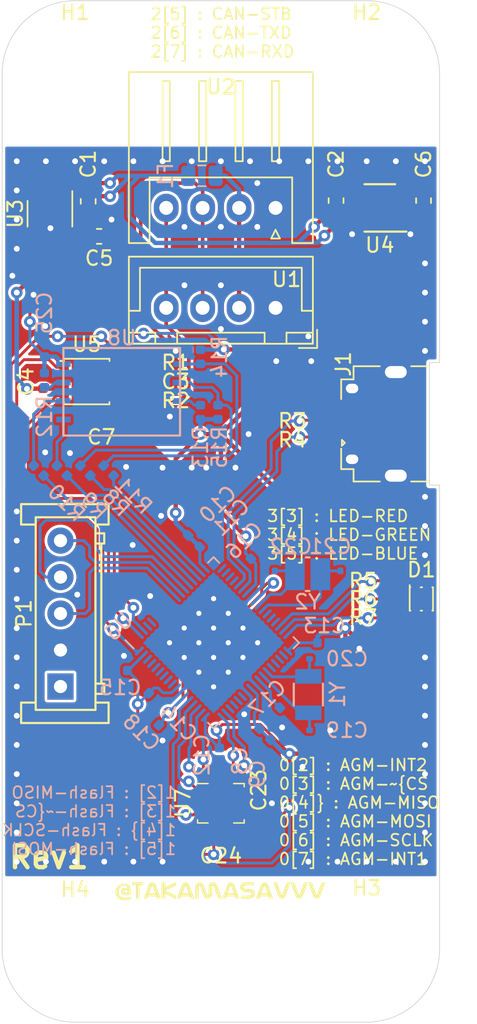
<source format=kicad_pcb>
(kicad_pcb (version 20171130) (host pcbnew "(5.1.4)-1")
  (layers (0 F.Cu signal) (31 B.Cu signal) (34 B.Paste user) (35 F.Paste user) (36 B.SilkS user) (37 F.SilkS user) (38 B.Mask user) (39 F.Mask user) (44 Edge.Cuts user))
  (net 0 "")
  (net 1 "Net-(C1-Pad1)")
  (net 2 GND)
  (net 3 "Net-(C3-Pad1)")
  (net 4 +5V)
  (net 5 +3V3)
  (net 6 "Net-(C17-Pad1)")
  (net 7 "Net-(C18-Pad1)")
  (net 8 "Net-(C19-Pad2)")
  (net 9 "Net-(C20-Pad2)")
  (net 10 "Net-(C21-Pad2)")
  (net 11 "Net-(C22-Pad2)")
  (net 12 "Net-(D1-Pad1)")
  (net 13 "Net-(D1-Pad2)")
  (net 14 "Net-(D1-Pad3)")
  (net 15 "Net-(F1-Pad2)")
  (net 16 "Net-(J1-Pad1)")
  (net 17 "Net-(J1-Pad2)")
  (net 18 "Net-(J1-Pad3)")
  (net 19 "Net-(J1-Pad4)")
  (net 20 "Net-(P1-Pad1)")
  (net 21 "Net-(P1-Pad3)")
  (net 22 "Net-(P1-Pad4)")
  (net 23 "Net-(P1-Pad5)")
  (net 24 "Net-(R1-Pad2)")
  (net 25 "Net-(R2-Pad1)")
  (net 26 "Net-(R3-Pad2)")
  (net 27 "Net-(R4-Pad2)")
  (net 28 "Net-(R5-Pad1)")
  (net 29 "Net-(R6-Pad1)")
  (net 30 "Net-(R7-Pad1)")
  (net 31 "Net-(R15-Pad1)")
  (net 32 /Flash-MISO)
  (net 33 /Flash-MOSI)
  (net 34 "Net-(R9-Pad1)")
  (net 35 "Net-(R10-Pad1)")
  (net 36 /Flash-SCLK)
  (net 37 /Flash-~CS)
  (net 38 "Net-(R11-Pad1)")
  (net 39 "Net-(R12-Pad1)")
  (net 40 "Net-(R13-Pad1)")
  (net 41 "Net-(U3-Pad4)")
  (net 42 /CAN-TXD)
  (net 43 /CAN-RXD)
  (net 44 /CAN-STB)
  (net 45 "Net-(U6-Pad3)")
  (net 46 "Net-(U6-Pad4)")
  (net 47 "Net-(U6-Pad18)")
  (net 48 "Net-(U6-Pad19)")
  (net 49 "Net-(U6-Pad20)")
  (net 50 "Net-(U6-Pad21)")
  (net 51 "Net-(U6-Pad29)")
  (net 52 "Net-(U6-Pad30)")
  (net 53 "Net-(U6-Pad31)")
  (net 54 "Net-(U6-Pad36)")
  (net 55 "Net-(U6-Pad37)")
  (net 56 "Net-(U6-Pad38)")
  (net 57 "Net-(U6-Pad39)")
  (net 58 "Net-(U6-Pad46)")
  (net 59 "Net-(U6-Pad47)")
  (net 60 "Net-(U6-Pad48)")
  (net 61 "Net-(U6-Pad49)")
  (net 62 /AGM-SCLK)
  (net 63 /AGM-MOSI)
  (net 64 /AGM-MISO)
  (net 65 /AGM-~CS)
  (net 66 /AGM-INT2)
  (net 67 /AGM-INT1)
  (net 68 "Net-(U6-Pad62)")
  (net 69 "Net-(U6-Pad63)")
  (net 70 "Net-(U6-Pad64)")
  (net 71 "Net-(U6-Pad65)")
  (net 72 "Net-(U6-Pad66)")
  (net 73 "Net-(U7-Pad10)")
  (net 74 "Net-(U7-Pad11)")
  (net 75 "Net-(U6-Pad60)")
  (net 76 "Net-(U6-Pad61)")
  (module KUTKiCad_footprint:logo (layer F.Cu) (at 55.1 121)
    (fp_text reference G*** hide)
    (fp_text value LOGO hide)
  )
  (module Capacitor_SMD:C_0201_0603Metric (layer B.Cu) (at 61.4 105.1 180)
    (fp_text reference C20 (at -2.25 0) (layer B.SilkS) (effects (justify mirror)))
    (fp_text value 9pF)
    (pad 1 smd roundrect (at -0.32 0 180) (size 0.46 0.4) (layers B.Cu B.Mask) (net 2 GND))
    (pad 2 smd roundrect (at 0.32 0 180) (size 0.46 0.4) (layers B.Cu B.Mask) (net 9 "Net-(C20-Pad2)"))
  )
  (module KUTKiCad_footprint:Hirose_ZX_ZX62D-B-5P8 (layer F.Cu) (at 67 89 90)
    (fp_text reference J1 (at 4.1 -3.6 90) (layer F.SilkS))
    (fp_text value USB_B_Micro)
    (pad 1 smd rect (at -1.3 -2.675 90) (size 0.4 1.35) (layers F.Cu F.Paste F.Mask) (net 16 "Net-(J1-Pad1)"))
    (pad 2 smd rect (at -0.65 -2.675 90) (size 0.4 1.35) (layers F.Cu F.Paste F.Mask) (net 17 "Net-(J1-Pad2)"))
    (pad 3 smd rect (at 0 -2.675 90) (size 0.4 1.35) (layers F.Cu F.Paste F.Mask) (net 18 "Net-(J1-Pad3)"))
    (pad 4 smd rect (at 0.65 -2.675 90) (size 0.4 1.35) (layers F.Cu F.Paste F.Mask) (net 19 "Net-(J1-Pad4)"))
    (pad 5 smd rect (at 1.3 -2.675 90) (size 0.4 1.35) (layers F.Cu F.Paste F.Mask) (net 2 GND))
    (pad 5 thru_hole oval (at -2.425 -3 90) (size 1.05 1.25) (drill oval 0.65 0.85) (layers *.Cu *.Mask) (net 2 GND))
    (pad 5 thru_hole oval (at 2.425 -3 90) (size 1.05 1.25) (drill oval 0.65 0.85) (layers *.Cu *.Mask) (net 2 GND))
    (pad 5 thru_hole rect (at -3.55 0 90) (size 2.1 1.9) (drill oval 0.825 1.5 (offset -0.1 0)) (layers *.Cu *.Mask) (net 2 GND))
    (pad 5 thru_hole rect (at 3.55 0 90) (size 2.1 1.9) (drill oval 0.825 1.5 (offset 0.1 0)) (layers *.Cu *.Mask) (net 2 GND))
    (pad 5 smd rect (at -1.15 0 90) (size 1.8 1.9) (layers F.Cu F.Paste F.Mask) (net 2 GND))
    (pad 5 smd rect (at 1.15 0 90) (size 1.8 1.9) (layers F.Cu F.Paste F.Mask) (net 2 GND))
  )
  (module Capacitor_SMD:C_0603_1608Metric (layer F.Cu) (at 45.9 73.75 270)
    (fp_text reference C1 (at -2.55 0 90) (layer F.SilkS))
    (fp_text value 10uF)
    (pad 1 smd roundrect (at -0.7875 0 270) (size 0.875 0.95) (layers F.Cu F.Paste F.Mask) (net 1 "Net-(C1-Pad1)"))
    (pad 2 smd roundrect (at 0.7875 0 270) (size 0.875 0.95) (layers F.Cu F.Paste F.Mask) (net 2 GND))
  )
  (module Capacitor_SMD:C_0603_1608Metric (layer F.Cu) (at 62.9 73.7 90)
    (fp_text reference C2 (at 2.5 0 270) (layer F.SilkS))
    (fp_text value 10uF)
    (pad 2 smd roundrect (at 0.7875 0 90) (size 0.875 0.95) (layers F.Cu F.Paste F.Mask) (net 2 GND))
    (pad 1 smd roundrect (at -0.7875 0 90) (size 0.875 0.95) (layers F.Cu F.Paste F.Mask) (net 1 "Net-(C1-Pad1)"))
  )
  (module Capacitor_SMD:C_0402_1005Metric (layer F.Cu) (at 49.9 86.1)
    (fp_text reference C3 (at 2 0) (layer F.SilkS))
    (fp_text value 4.7nF)
    (pad 1 smd roundrect (at -0.485 0) (size 0.59 0.64) (layers F.Cu F.Paste F.Mask) (net 3 "Net-(C3-Pad1)"))
    (pad 2 smd roundrect (at 0.485 0) (size 0.59 0.64) (layers F.Cu F.Paste F.Mask) (net 2 GND))
  )
  (module Capacitor_SMD:C_0402_1005Metric (layer F.Cu) (at 42.8 86.1 90)
    (fp_text reference C4 (at 0 -1.17 90) (layer F.SilkS))
    (fp_text value 0.1uF)
    (pad 2 smd roundrect (at 0.485 0 90) (size 0.59 0.64) (layers F.Cu F.Paste F.Mask) (net 2 GND))
    (pad 1 smd roundrect (at -0.485 0 90) (size 0.59 0.64) (layers F.Cu F.Paste F.Mask) (net 4 +5V))
  )
  (module Capacitor_SMD:C_0603_1608Metric (layer F.Cu) (at 46.65 76.15)
    (fp_text reference C5 (at 0 1.5) (layer F.SilkS))
    (fp_text value 10uF)
    (pad 2 smd roundrect (at 0.7875 0) (size 0.875 0.95) (layers F.Cu F.Paste F.Mask) (net 2 GND))
    (pad 1 smd roundrect (at -0.7875 0) (size 0.875 0.95) (layers F.Cu F.Paste F.Mask) (net 4 +5V))
  )
  (module Capacitor_SMD:C_0603_1608Metric (layer F.Cu) (at 68.9 73.7 90)
    (fp_text reference C6 (at 2.5 -0.000001 270) (layer F.SilkS))
    (fp_text value 10uF)
    (pad 1 smd roundrect (at -0.7875 0 90) (size 0.875 0.95) (layers F.Cu F.Paste F.Mask) (net 5 +3V3))
    (pad 2 smd roundrect (at 0.7875 0 90) (size 0.875 0.95) (layers F.Cu F.Paste F.Mask) (net 2 GND))
  )
  (module Capacitor_SMD:C_0402_1005Metric (layer F.Cu) (at 46.8 88.6 180)
    (fp_text reference C7 (at 0 -1.3) (layer F.SilkS))
    (fp_text value 0.1uF)
    (pad 1 smd roundrect (at -0.485 0 180) (size 0.59 0.64) (layers F.Cu F.Paste F.Mask) (net 5 +3V3))
    (pad 2 smd roundrect (at 0.485 0 180) (size 0.59 0.64) (layers F.Cu F.Paste F.Mask) (net 2 GND))
  )
  (module Capacitor_SMD:C_0402_1005Metric (layer B.Cu) (at 57.3 110.242947 45)
    (fp_text reference C8 (at -2.020242 0.606028 270) (layer B.SilkS) (effects (justify mirror)))
    (fp_text value 0.1uF)
    (pad 2 smd roundrect (at 0.485 0 45) (size 0.59 0.64) (layers B.Cu B.Paste B.Mask) (net 5 +3V3))
    (pad 1 smd roundrect (at -0.485 0 45) (size 0.59 0.64) (layers B.Cu B.Paste B.Mask) (net 2 GND))
  )
  (module Capacitor_SMD:C_0402_1005Metric (layer B.Cu) (at 58.057053 111 45)
    (fp_text reference C9 (at -1.80811 1.020318 90) (layer B.SilkS) (effects (justify mirror)))
    (fp_text value 0.1uF)
    (pad 2 smd roundrect (at 0.485 0 45) (size 0.59 0.64) (layers B.Cu B.Paste B.Mask) (net 5 +3V3))
    (pad 1 smd roundrect (at -0.485 0 45) (size 0.59 0.64) (layers B.Cu B.Paste B.Mask) (net 2 GND))
  )
  (module Capacitor_SMD:C_0402_1005Metric (layer B.Cu) (at 53.1 96.3 225)
    (fp_text reference C10 (at -2.474874 0.070711 225) (layer B.SilkS) (effects (justify mirror)))
    (fp_text value 0.1uF)
    (pad 1 smd roundrect (at -0.485 0 225) (size 0.59 0.64) (layers B.Cu B.Paste B.Mask) (net 2 GND))
    (pad 2 smd roundrect (at 0.485 0 225) (size 0.59 0.64) (layers B.Cu B.Paste B.Mask) (net 5 +3V3))
  )
  (module Capacitor_SMD:C_0402_1005Metric (layer B.Cu) (at 53.9 97.1 225)
    (fp_text reference C11 (at -2.474874 -0.070711 45) (layer B.SilkS) (effects (justify mirror)))
    (fp_text value 0.1uF)
    (pad 1 smd roundrect (at -0.485 0 225) (size 0.59 0.64) (layers B.Cu B.Paste B.Mask) (net 2 GND))
    (pad 2 smd roundrect (at 0.485 0 225) (size 0.59 0.64) (layers B.Cu B.Paste B.Mask) (net 5 +3V3))
  )
  (module Capacitor_SMD:C_0402_1005Metric (layer B.Cu) (at 54.9 111.7 90)
    (fp_text reference C12 (at 0 -1.2 90) (layer B.SilkS) (effects (justify mirror)))
    (fp_text value 0.1uF)
    (pad 2 smd roundrect (at 0.485 0 90) (size 0.59 0.64) (layers B.Cu B.Paste B.Mask) (net 5 +3V3))
    (pad 1 smd roundrect (at -0.485 0 90) (size 0.59 0.64) (layers B.Cu B.Paste B.Mask) (net 2 GND))
  )
  (module Capacitor_SMD:C_0402_1005Metric (layer B.Cu) (at 62.1 104 180)
    (fp_text reference C13 (at 0 1.17) (layer B.SilkS) (effects (justify mirror)))
    (fp_text value 0.1uF)
    (pad 2 smd roundrect (at 0.485 0 180) (size 0.59 0.64) (layers B.Cu B.Paste B.Mask) (net 5 +3V3))
    (pad 1 smd roundrect (at -0.485 0 180) (size 0.59 0.64) (layers B.Cu B.Paste B.Mask) (net 2 GND))
  )
  (module Capacitor_SMD:C_0402_1005Metric (layer B.Cu) (at 50.4 107.8 315)
    (fp_text reference C14 (at 2.404163 0 135) (layer B.SilkS) (effects (justify mirror)))
    (fp_text value 1uF)
    (pad 1 smd roundrect (at -0.485 0 315) (size 0.59 0.64) (layers B.Cu B.Paste B.Mask) (net 5 +3V3))
    (pad 2 smd roundrect (at 0.485 0 315) (size 0.59 0.64) (layers B.Cu B.Paste B.Mask) (net 2 GND))
  )
  (module Capacitor_SMD:C_0402_1005Metric (layer B.Cu) (at 48.1 105.9)
    (fp_text reference C15 (at 0 1.17) (layer B.SilkS) (effects (justify mirror)))
    (fp_text value 0.1uF)
    (pad 1 smd roundrect (at -0.485 0) (size 0.59 0.64) (layers B.Cu B.Paste B.Mask) (net 2 GND))
    (pad 2 smd roundrect (at 0.485 0) (size 0.59 0.64) (layers B.Cu B.Paste B.Mask) (net 5 +3V3))
  )
  (module Capacitor_SMD:C_0402_1005Metric (layer B.Cu) (at 57.4 97.9 45)
    (fp_text reference C16 (at 0.070711 -1.202082 225) (layer B.SilkS) (effects (justify mirror)))
    (fp_text value 1uF)
    (pad 2 smd roundrect (at 0.485 0 45) (size 0.59 0.64) (layers B.Cu B.Paste B.Mask) (net 2 GND))
    (pad 1 smd roundrect (at -0.485 0 45) (size 0.59 0.64) (layers B.Cu B.Paste B.Mask) (net 5 +3V3))
  )
  (module Capacitor_SMD:C_0402_1005Metric (layer B.Cu) (at 58.7 108.8 225)
    (fp_text reference C17 (at -0.353553 1.06066 45) (layer B.SilkS) (effects (justify mirror)))
    (fp_text value 1uF)
    (pad 1 smd roundrect (at -0.485 0 225) (size 0.59 0.64) (layers B.Cu B.Paste B.Mask) (net 6 "Net-(C17-Pad1)"))
    (pad 2 smd roundrect (at 0.485 0 225) (size 0.59 0.64) (layers B.Cu B.Paste B.Mask) (net 2 GND))
  )
  (module Capacitor_SMD:C_0402_1005Metric (layer B.Cu) (at 50.4 109.3 135)
    (fp_text reference C18 (at 0 -1.2 135) (layer B.SilkS) (effects (justify mirror)))
    (fp_text value 1uF)
    (pad 1 smd roundrect (at -0.485 0 135) (size 0.59 0.64) (layers B.Cu B.Paste B.Mask) (net 7 "Net-(C18-Pad1)"))
    (pad 2 smd roundrect (at 0.485 0 135) (size 0.59 0.64) (layers B.Cu B.Paste B.Mask) (net 2 GND))
  )
  (module Capacitor_SMD:C_0201_0603Metric (layer B.Cu) (at 61.4 110 180)
    (fp_text reference C19 (at -2.25 0) (layer B.SilkS) (effects (justify mirror)))
    (fp_text value 9pF)
    (pad 2 smd roundrect (at 0.32 0 180) (size 0.46 0.4) (layers B.Cu B.Mask) (net 8 "Net-(C19-Pad2)"))
    (pad 1 smd roundrect (at -0.32 0 180) (size 0.46 0.4) (layers B.Cu B.Mask) (net 2 GND))
  )
  (module Capacitor_SMD:C_0201_0603Metric (layer B.Cu) (at 63.2 98.75 270)
    (fp_text reference C21 (at -1.35 0.7 180) (layer B.SilkS) (effects (justify mirror)))
    (fp_text value 9pF)
    (pad 2 smd roundrect (at 0.32 0 270) (size 0.46 0.4) (layers B.Cu B.Mask) (net 10 "Net-(C21-Pad2)"))
    (pad 1 smd roundrect (at -0.32 0 270) (size 0.46 0.4) (layers B.Cu B.Mask) (net 2 GND))
  )
  (module Capacitor_SMD:C_0201_0603Metric (layer B.Cu) (at 58.7 98.75 270)
    (fp_text reference C22 (at -1.35 -1.1) (layer B.SilkS) (effects (justify mirror)))
    (fp_text value 9pF)
    (pad 1 smd roundrect (at -0.32 0 270) (size 0.46 0.4) (layers B.Cu B.Mask) (net 2 GND))
    (pad 2 smd roundrect (at 0.32 0 270) (size 0.46 0.4) (layers B.Cu B.Mask) (net 11 "Net-(C22-Pad2)"))
  )
  (module Capacitor_SMD:C_0402_1005Metric (layer F.Cu) (at 57.6 116.6 90)
    (fp_text reference C23 (at 2.5 0 90) (layer F.SilkS))
    (fp_text value 1uF)
    (pad 1 smd roundrect (at -0.485 0 90) (size 0.59 0.64) (layers F.Cu F.Paste F.Mask) (net 2 GND))
    (pad 2 smd roundrect (at 0.485 0 90) (size 0.59 0.64) (layers F.Cu F.Paste F.Mask) (net 5 +3V3))
  )
  (module Capacitor_SMD:C_0402_1005Metric (layer F.Cu) (at 55 117.3)
    (fp_text reference C24 (at 0 1.3) (layer F.SilkS))
    (fp_text value 0.1uF)
    (pad 2 smd roundrect (at 0.485 0) (size 0.59 0.64) (layers F.Cu F.Paste F.Mask) (net 2 GND))
    (pad 1 smd roundrect (at -0.485 0) (size 0.59 0.64) (layers F.Cu F.Paste F.Mask) (net 5 +3V3))
  )
  (module Capacitor_SMD:C_0402_1005Metric (layer B.Cu) (at 42.9 83.9 270)
    (fp_text reference C25 (at -2.5 0 90) (layer B.SilkS) (effects (justify mirror)))
    (fp_text value 0.1uF)
    (pad 2 smd roundrect (at 0.485 0 270) (size 0.59 0.64) (layers B.Cu B.Paste B.Mask) (net 5 +3V3))
    (pad 1 smd roundrect (at -0.485 0 270) (size 0.59 0.64) (layers B.Cu B.Paste B.Mask) (net 2 GND))
  )
  (module KUTKiCad_footprint:LED_LiteOn_LTST-C19HE1WT (layer F.Cu) (at 68.75 101)
    (fp_text reference D1 (at 0 -2) (layer F.SilkS))
    (fp_text value LED_RGBA)
    (pad 1 smd rect (at -0.4 -0.7) (size 0.55 0.6) (layers F.Cu F.Paste F.Mask) (net 12 "Net-(D1-Pad1)"))
    (pad 2 smd rect (at 0.4 -0.7) (size 0.55 0.6) (layers F.Cu F.Paste F.Mask) (net 13 "Net-(D1-Pad2)"))
    (pad 3 smd rect (at -0.4 0.7) (size 0.55 0.6) (layers F.Cu F.Paste F.Mask) (net 14 "Net-(D1-Pad3)"))
    (pad 4 smd rect (at 0.4 0.7) (size 0.55 0.6) (layers F.Cu F.Paste F.Mask) (net 5 +3V3))
  )
  (module Fuse:Fuse_0805_2012Metric (layer B.Cu) (at 53.7 72)
    (fp_text reference F1 (at -2.5 0 270) (layer B.SilkS) (effects (justify mirror)))
    (fp_text value Polyfuse)
    (pad 1 smd roundrect (at -0.9375 0) (size 0.975 1.4) (layers B.Cu B.Paste B.Mask) (net 1 "Net-(C1-Pad1)"))
    (pad 2 smd roundrect (at 0.9375 0) (size 0.975 1.4) (layers B.Cu B.Paste B.Mask) (net 15 "Net-(F1-Pad2)"))
  )
  (module MountingHole:MountingHole_3.2mm_M3 (layer F.Cu) (at 45 65)
    (fp_text reference H1 (at 0 -4.2) (layer F.SilkS))
    (fp_text value MountingHole)
    (pad 1 np_thru_hole circle (at 0 0) (size 3.2 3.2) (drill 3.2) (layers *.Cu *.Mask))
  )
  (module MountingHole:MountingHole_3.2mm_M3 (layer F.Cu) (at 65 65)
    (fp_text reference H2 (at 0 -4.2) (layer F.SilkS))
    (fp_text value MountingHole)
    (pad 1 np_thru_hole circle (at 0 0) (size 3.2 3.2) (drill 3.2) (layers *.Cu *.Mask))
  )
  (module MountingHole:MountingHole_3.2mm_M3 (layer F.Cu) (at 65 125)
    (fp_text reference H3 (at 0 -4.2) (layer F.SilkS))
    (fp_text value MountingHole)
    (pad 1 np_thru_hole circle (at 0 0) (size 3.2 3.2) (drill 3.2) (layers *.Cu *.Mask))
  )
  (module MountingHole:MountingHole_3.2mm_M3 (layer F.Cu) (at 45 125.1)
    (fp_text reference H4 (at 0 -4.2) (layer F.SilkS))
    (fp_text value MountingHole)
    (pad 1 np_thru_hole circle (at 0 0) (size 3.2 3.2) (drill 3.2) (layers *.Cu *.Mask))
  )
  (module KUTKiCad_footprint:JST_JQ_05JQ-BT_1x05_P2.5mm_Vertical (layer F.Cu) (at 44 107 270)
    (fp_text reference P1 (at -5 2.5 90) (layer F.SilkS))
    (fp_text value KRC_Conn_SWD)
    (pad 1 thru_hole rect (at 0 0 270) (size 1.8 1.8) (drill 0.9) (layers *.Cu *.Mask) (net 20 "Net-(P1-Pad1)"))
    (pad 2 thru_hole circle (at -2.5 0 270) (size 1.8 1.8) (drill 0.9) (layers *.Cu *.Mask) (net 2 GND))
    (pad 3 thru_hole circle (at -5 0 270) (size 1.8 1.8) (drill 0.9) (layers *.Cu *.Mask) (net 21 "Net-(P1-Pad3)"))
    (pad 4 thru_hole circle (at -7.5 0 270) (size 1.8 1.8) (drill 0.9) (layers *.Cu *.Mask) (net 22 "Net-(P1-Pad4)"))
    (pad 5 thru_hole circle (at -10 0 270) (size 1.8 1.8) (drill 0.9) (layers *.Cu *.Mask) (net 23 "Net-(P1-Pad5)"))
  )
  (module Resistor_SMD:R_0402_1005Metric (layer F.Cu) (at 49.9 84.8)
    (fp_text reference R1 (at 2 0) (layer F.SilkS))
    (fp_text value 56Ω)
    (pad 1 smd roundrect (at -0.485 0) (size 0.59 0.64) (layers F.Cu F.Paste F.Mask) (net 3 "Net-(C3-Pad1)"))
    (pad 2 smd roundrect (at 0.485 0) (size 0.59 0.64) (layers F.Cu F.Paste F.Mask) (net 24 "Net-(R1-Pad2)"))
  )
  (module Resistor_SMD:R_0402_1005Metric (layer F.Cu) (at 49.9 87.4 180)
    (fp_text reference R2 (at -2 0) (layer F.SilkS))
    (fp_text value 56Ω)
    (pad 1 smd roundrect (at -0.485 0 180) (size 0.59 0.64) (layers F.Cu F.Paste F.Mask) (net 25 "Net-(R2-Pad1)"))
    (pad 2 smd roundrect (at 0.485 0 180) (size 0.59 0.64) (layers F.Cu F.Paste F.Mask) (net 3 "Net-(C3-Pad1)"))
  )
  (module Resistor_SMD:R_0402_1005Metric (layer F.Cu) (at 62 88.75 180)
    (fp_text reference R3 (at 2.1 -0.05) (layer F.SilkS))
    (fp_text value 22Ω)
    (pad 2 smd roundrect (at 0.485 0 180) (size 0.59 0.64) (layers F.Cu F.Paste F.Mask) (net 26 "Net-(R3-Pad2)"))
    (pad 1 smd roundrect (at -0.485 0 180) (size 0.59 0.64) (layers F.Cu F.Paste F.Mask) (net 18 "Net-(J1-Pad3)"))
  )
  (module Resistor_SMD:R_0402_1005Metric (layer F.Cu) (at 62 89.9 180)
    (fp_text reference R4 (at 2.1 -0.2) (layer F.SilkS))
    (fp_text value 22Ω)
    (pad 1 smd roundrect (at -0.485 0 180) (size 0.59 0.64) (layers F.Cu F.Paste F.Mask) (net 17 "Net-(J1-Pad2)"))
    (pad 2 smd roundrect (at 0.485 0 180) (size 0.59 0.64) (layers F.Cu F.Paste F.Mask) (net 27 "Net-(R4-Pad2)"))
  )
  (module Resistor_SMD:R_0402_1005Metric (layer F.Cu) (at 66.75 99.75)
    (fp_text reference R5 (at -2 0) (layer F.SilkS))
    (fp_text value 1.5kΩ)
    (pad 2 smd roundrect (at 0.485 0) (size 0.59 0.64) (layers F.Cu F.Paste F.Mask) (net 12 "Net-(D1-Pad1)"))
    (pad 1 smd roundrect (at -0.485 0) (size 0.59 0.64) (layers F.Cu F.Paste F.Mask) (net 28 "Net-(R5-Pad1)"))
  )
  (module Resistor_SMD:R_0402_1005Metric (layer F.Cu) (at 66.765 101)
    (fp_text reference R6 (at -2.015 0) (layer F.SilkS))
    (fp_text value 820Ω)
    (pad 1 smd roundrect (at -0.485 0) (size 0.59 0.64) (layers F.Cu F.Paste F.Mask) (net 29 "Net-(R6-Pad1)"))
    (pad 2 smd roundrect (at 0.485 0) (size 0.59 0.64) (layers F.Cu F.Paste F.Mask) (net 13 "Net-(D1-Pad2)"))
  )
  (module Resistor_SMD:R_0402_1005Metric (layer F.Cu) (at 66.75 102.25)
    (fp_text reference R7 (at -2 0) (layer F.SilkS))
    (fp_text value 820Ω)
    (pad 2 smd roundrect (at 0.485 0) (size 0.59 0.64) (layers F.Cu F.Paste F.Mask) (net 14 "Net-(D1-Pad3)"))
    (pad 1 smd roundrect (at -0.485 0) (size 0.59 0.64) (layers F.Cu F.Paste F.Mask) (net 30 "Net-(R7-Pad1)"))
  )
  (module Resistor_SMD:R_0402_1005Metric (layer B.Cu) (at 45.7 92.2 315)
    (fp_text reference R8 (at 3.040559 0.070711 135) (layer B.SilkS) (effects (justify mirror)))
    (fp_text value 22Ω)
    (pad 1 smd roundrect (at -0.485 0 315) (size 0.59 0.64) (layers B.Cu B.Paste B.Mask) (net 31 "Net-(R15-Pad1)"))
    (pad 2 smd roundrect (at 0.485 0 315) (size 0.59 0.64) (layers B.Cu B.Paste B.Mask) (net 36 /Flash-SCLK))
  )
  (module Resistor_SMD:R_0402_1005Metric (layer B.Cu) (at 44.1 92.2 315)
    (fp_text reference R9 (at 3.252691 0.141421 135) (layer B.SilkS) (effects (justify mirror)))
    (fp_text value 22Ω)
    (pad 2 smd roundrect (at 0.485 0 315) (size 0.59 0.64) (layers B.Cu B.Paste B.Mask) (net 37 /Flash-~CS))
    (pad 1 smd roundrect (at -0.485 0 315) (size 0.59 0.64) (layers B.Cu B.Paste B.Mask) (net 34 "Net-(R9-Pad1)"))
  )
  (module Resistor_SMD:R_0402_1005Metric (layer B.Cu) (at 42.5 92.2 315)
    (fp_text reference R10 (at 2.899138 0.212132 135) (layer B.SilkS) (effects (justify mirror)))
    (fp_text value 22Ω)
    (pad 1 smd roundrect (at -0.485 0 315) (size 0.59 0.64) (layers B.Cu B.Paste B.Mask) (net 35 "Net-(R10-Pad1)"))
    (pad 2 smd roundrect (at 0.485 0 315) (size 0.59 0.64) (layers B.Cu B.Paste B.Mask) (net 32 /Flash-MISO))
  )
  (module Resistor_SMD:R_0402_1005Metric (layer B.Cu) (at 47.3 92.2 315)
    (fp_text reference R11 (at 2.404163 0 135) (layer B.SilkS) (effects (justify mirror)))
    (fp_text value 22Ω)
    (pad 2 smd roundrect (at 0.485 0 315) (size 0.59 0.64) (layers B.Cu B.Paste B.Mask) (net 33 /Flash-MOSI))
    (pad 1 smd roundrect (at -0.485 0 315) (size 0.59 0.64) (layers B.Cu B.Paste B.Mask) (net 38 "Net-(R11-Pad1)"))
  )
  (module Resistor_SMD:R_0402_1005Metric (layer B.Cu) (at 42.9 86 90)
    (fp_text reference R12 (at -2.5 0 90) (layer B.SilkS) (effects (justify mirror)))
    (fp_text value 4.7kΩ)
    (pad 1 smd roundrect (at -0.485 0 90) (size 0.59 0.64) (layers B.Cu B.Paste B.Mask) (net 39 "Net-(R12-Pad1)"))
    (pad 2 smd roundrect (at 0.485 0 90) (size 0.59 0.64) (layers B.Cu B.Paste B.Mask) (net 5 +3V3))
  )
  (module Resistor_SMD:R_0402_1005Metric (layer B.Cu) (at 53.6 88.2 270)
    (fp_text reference R13 (at 2.4 0 90) (layer B.SilkS) (effects (justify mirror)))
    (fp_text value 4.7kΩ)
    (pad 2 smd roundrect (at 0.485 0 270) (size 0.59 0.64) (layers B.Cu B.Paste B.Mask) (net 5 +3V3))
    (pad 1 smd roundrect (at -0.485 0 270) (size 0.59 0.64) (layers B.Cu B.Paste B.Mask) (net 40 "Net-(R13-Pad1)"))
  )
  (module Resistor_SMD:R_0402_1005Metric (layer B.Cu) (at 53.6 84.4 90)
    (fp_text reference R14 (at 0 1.3 90) (layer B.SilkS) (effects (justify mirror)))
    (fp_text value 4.7kΩ)
    (pad 1 smd roundrect (at -0.485 0 90) (size 0.59 0.64) (layers B.Cu B.Paste B.Mask) (net 38 "Net-(R11-Pad1)"))
    (pad 2 smd roundrect (at 0.485 0 90) (size 0.59 0.64) (layers B.Cu B.Paste B.Mask) (net 5 +3V3))
  )
  (module Resistor_SMD:R_0402_1005Metric (layer B.Cu) (at 54.8 88.2 270)
    (fp_text reference R15 (at 2.4 -0.1 90) (layer B.SilkS) (effects (justify mirror)))
    (fp_text value 4.7kΩ)
    (pad 2 smd roundrect (at 0.485 0 270) (size 0.59 0.64) (layers B.Cu B.Paste B.Mask) (net 5 +3V3))
    (pad 1 smd roundrect (at -0.485 0 270) (size 0.59 0.64) (layers B.Cu B.Paste B.Mask) (net 31 "Net-(R15-Pad1)"))
  )
  (module Connector_JST:JST_XH_S4B-XH-A_1x04_P2.50mm_Horizontal (layer F.Cu) (at 58.75 74.2 180)
    (fp_text reference U2 (at 3.75 8.3 180) (layer F.SilkS))
    (fp_text value KRC_Conn_CAN)
    (pad 4 thru_hole oval (at 7.5 0 180) (size 1.7 1.95) (drill 0.95) (layers *.Cu *.Mask) (net 25 "Net-(R2-Pad1)"))
    (pad 3 thru_hole oval (at 5 0 180) (size 1.7 1.95) (drill 0.95) (layers *.Cu *.Mask) (net 24 "Net-(R1-Pad2)"))
    (pad 2 thru_hole oval (at 2.5 0 180) (size 1.7 1.95) (drill 0.95) (layers *.Cu *.Mask) (net 15 "Net-(F1-Pad2)"))
    (pad 1 thru_hole roundrect (at 0 0 180) (size 1.7 1.95) (drill 0.95) (layers *.Cu *.Mask) (roundrect_rratio 0.147059) (net 2 GND))
  )
  (module Package_TO_SOT_SMD:TSOT-23-5 (layer F.Cu) (at 43.3 74.6 270)
    (fp_text reference U3 (at 0 2.4 90) (layer F.SilkS))
    (fp_text value LT1761-5)
    (pad 1 smd rect (at -1.31 -0.95 270) (size 1.22 0.65) (layers F.Cu F.Paste F.Mask) (net 1 "Net-(C1-Pad1)"))
    (pad 2 smd rect (at -1.31 0 270) (size 1.22 0.65) (layers F.Cu F.Paste F.Mask) (net 2 GND))
    (pad 3 smd rect (at -1.31 0.95 270) (size 1.22 0.65) (layers F.Cu F.Paste F.Mask) (net 1 "Net-(C1-Pad1)"))
    (pad 4 smd rect (at 1.31 0.95 270) (size 1.22 0.65) (layers F.Cu F.Paste F.Mask) (net 41 "Net-(U3-Pad4)"))
    (pad 5 smd rect (at 1.31 -0.95 270) (size 1.22 0.65) (layers F.Cu F.Paste F.Mask) (net 4 +5V))
  )
  (module Package_DFN_QFN:DFN-8-1EP_3x3mm_P0.5mm_EP1.66x2.38mm (layer F.Cu) (at 65.9 74.2 180)
    (fp_text reference U4 (at 0 -2.55) (layer F.SilkS))
    (fp_text value LT1965xDD-3.3)
    (pad 1 smd rect (at -1.4 -0.75 180) (size 0.7 0.25) (layers F.Cu F.Paste F.Mask) (net 5 +3V3))
    (pad 2 smd rect (at -1.4 -0.25 180) (size 0.7 0.25) (layers F.Cu F.Paste F.Mask) (net 5 +3V3))
    (pad 3 smd rect (at -1.4 0.25 180) (size 0.7 0.25) (layers F.Cu F.Paste F.Mask) (net 5 +3V3))
    (pad 4 smd rect (at -1.4 0.75 180) (size 0.7 0.25) (layers F.Cu F.Paste F.Mask) (net 2 GND))
    (pad 5 smd rect (at 1.4 0.75 180) (size 0.7 0.25) (layers F.Cu F.Paste F.Mask) (net 2 GND))
    (pad 6 smd rect (at 1.4 0.25 180) (size 0.7 0.25) (layers F.Cu F.Paste F.Mask) (net 1 "Net-(C1-Pad1)"))
    (pad 7 smd rect (at 1.4 -0.25 180) (size 0.7 0.25) (layers F.Cu F.Paste F.Mask) (net 1 "Net-(C1-Pad1)"))
    (pad 8 smd rect (at 1.4 -0.75 180) (size 0.7 0.25) (layers F.Cu F.Paste F.Mask) (net 1 "Net-(C1-Pad1)"))
    (pad 9 smd rect (at 0 0 180) (size 1.66 2.38) (layers F.Cu F.Mask) (net 2 GND))
  )
  (module Package_DFN_QFN:DFN-8-1EP_3x3mm_P0.65mm_EP1.55x2.4mm (layer F.Cu) (at 45.8 86.1)
    (fp_text reference U5 (at 0 -2.55) (layer F.SilkS))
    (fp_text value NCV7342)
    (pad 1 smd rect (at -1.55 -0.975) (size 0.65 0.35) (layers F.Cu F.Paste F.Mask) (net 42 /CAN-TXD))
    (pad 2 smd rect (at -1.55 -0.325) (size 0.65 0.35) (layers F.Cu F.Paste F.Mask) (net 2 GND))
    (pad 3 smd rect (at -1.55 0.325) (size 0.65 0.35) (layers F.Cu F.Paste F.Mask) (net 4 +5V))
    (pad 4 smd rect (at -1.55 0.975) (size 0.65 0.35) (layers F.Cu F.Paste F.Mask) (net 43 /CAN-RXD))
    (pad 5 smd rect (at 1.55 0.975) (size 0.65 0.35) (layers F.Cu F.Paste F.Mask) (net 5 +3V3))
    (pad 6 smd rect (at 1.55 0.325) (size 0.65 0.35) (layers F.Cu F.Paste F.Mask) (net 25 "Net-(R2-Pad1)"))
    (pad 7 smd rect (at 1.55 -0.325) (size 0.65 0.35) (layers F.Cu F.Paste F.Mask) (net 24 "Net-(R1-Pad2)"))
    (pad 8 smd rect (at 1.55 -0.975) (size 0.65 0.35) (layers F.Cu F.Paste F.Mask) (net 44 /CAN-STB))
    (pad 9 smd rect (at 0 0) (size 1.55 2.4) (layers F.Cu F.Mask) (net 2 GND))
  )
  (module KUTKiCad_footprint:Cypress_QFN-68_EP_8x8_Pitch0.4mm (layer B.Cu) (at 54.5 104 315)
    (fp_text reference U6 (at -5.374012 3.818377 45) (layer B.SilkS) (effects (justify mirror)))
    (fp_text value CY8C58xxLTI-LPxxx)
    (pad 1 smd oval (at -4 3.2 225) (size 0.2 0.8) (layers B.Cu B.Paste B.Mask) (net 42 /CAN-TXD))
    (pad 2 smd oval (at -4 2.8 225) (size 0.2 0.8) (layers B.Cu B.Paste B.Mask) (net 43 /CAN-RXD))
    (pad 3 smd oval (at -4 2.4 225) (size 0.2 0.8) (layers B.Cu B.Paste B.Mask) (net 45 "Net-(U6-Pad3)"))
    (pad 4 smd oval (at -4 2 225) (size 0.2 0.8) (layers B.Cu B.Paste B.Mask) (net 46 "Net-(U6-Pad4)"))
    (pad 5 smd oval (at -4 1.6 225) (size 0.2 0.8) (layers B.Cu B.Paste B.Mask) (net 2 GND))
    (pad 6 smd oval (at -4 1.2 225) (size 0.2 0.8) (layers B.Cu B.Paste B.Mask) (net 2 GND))
    (pad 7 smd oval (at -4 0.8 225) (size 0.2 0.8) (layers B.Cu B.Paste B.Mask) (net 2 GND))
    (pad 8 smd oval (at -4 0.4 225) (size 0.2 0.8) (layers B.Cu B.Paste B.Mask) (net 2 GND))
    (pad 9 smd oval (at -4 0 225) (size 0.2 0.8) (layers B.Cu B.Paste B.Mask) (net 2 GND))
    (pad 10 smd oval (at -4 -0.4 225) (size 0.2 0.8) (layers B.Cu B.Paste B.Mask) (net 21 "Net-(P1-Pad3)"))
    (pad 11 smd oval (at -4 -0.8 225) (size 0.2 0.8) (layers B.Cu B.Paste B.Mask) (net 23 "Net-(P1-Pad5)"))
    (pad 12 smd oval (at -4 -1.2 225) (size 0.2 0.8) (layers B.Cu B.Paste B.Mask) (net 22 "Net-(P1-Pad4)"))
    (pad 13 smd oval (at -4 -1.6 225) (size 0.2 0.8) (layers B.Cu B.Paste B.Mask) (net 32 /Flash-MISO))
    (pad 14 smd oval (at -4 -2 225) (size 0.2 0.8) (layers B.Cu B.Paste B.Mask) (net 37 /Flash-~CS))
    (pad 15 smd oval (at -4 -2.4 225) (size 0.2 0.8) (layers B.Cu B.Paste B.Mask) (net 36 /Flash-SCLK))
    (pad 16 smd oval (at -4 -2.8 225) (size 0.2 0.8) (layers B.Cu B.Paste B.Mask) (net 33 /Flash-MOSI))
    (pad 17 smd oval (at -4 -3.2 225) (size 0.2 0.8) (layers B.Cu B.Paste B.Mask) (net 5 +3V3))
    (pad 18 smd oval (at -3.2 -4 315) (size 0.2 0.8) (layers B.Cu B.Paste B.Mask) (net 47 "Net-(U6-Pad18)"))
    (pad 19 smd oval (at -2.8 -4 315) (size 0.2 0.8) (layers B.Cu B.Paste B.Mask) (net 48 "Net-(U6-Pad19)"))
    (pad 20 smd oval (at -2.4 -4 315) (size 0.2 0.8) (layers B.Cu B.Paste B.Mask) (net 49 "Net-(U6-Pad20)"))
    (pad 21 smd oval (at -2 -4 315) (size 0.2 0.8) (layers B.Cu B.Paste B.Mask) (net 50 "Net-(U6-Pad21)"))
    (pad 22 smd oval (at -1.6 -4 315) (size 0.2 0.8) (layers B.Cu B.Paste B.Mask) (net 26 "Net-(R3-Pad2)"))
    (pad 23 smd oval (at -1.2 -4 315) (size 0.2 0.8) (layers B.Cu B.Paste B.Mask) (net 27 "Net-(R4-Pad2)"))
    (pad 24 smd oval (at -0.8 -4 315) (size 0.2 0.8) (layers B.Cu B.Paste B.Mask) (net 5 +3V3))
    (pad 25 smd oval (at -0.4 -4 315) (size 0.2 0.8) (layers B.Cu B.Paste B.Mask) (net 2 GND))
    (pad 26 smd oval (at 0 -4 315) (size 0.2 0.8) (layers B.Cu B.Paste B.Mask) (net 7 "Net-(C18-Pad1)"))
    (pad 27 smd oval (at 0.4 -4 315) (size 0.2 0.8) (layers B.Cu B.Paste B.Mask) (net 11 "Net-(C22-Pad2)"))
    (pad 28 smd oval (at 0.8 -4 315) (size 0.2 0.8) (layers B.Cu B.Paste B.Mask) (net 10 "Net-(C21-Pad2)"))
    (pad 29 smd oval (at 1.2 -4 315) (size 0.2 0.8) (layers B.Cu B.Paste B.Mask) (net 51 "Net-(U6-Pad29)"))
    (pad 30 smd oval (at 1.6 -4 315) (size 0.2 0.8) (layers B.Cu B.Paste B.Mask) (net 52 "Net-(U6-Pad30)"))
    (pad 31 smd oval (at 2 -4 315) (size 0.2 0.8) (layers B.Cu B.Paste B.Mask) (net 53 "Net-(U6-Pad31)"))
    (pad 32 smd oval (at 2.4 -4 315) (size 0.2 0.8) (layers B.Cu B.Paste B.Mask) (net 28 "Net-(R5-Pad1)"))
    (pad 33 smd oval (at 2.8 -4 315) (size 0.2 0.8) (layers B.Cu B.Paste B.Mask) (net 29 "Net-(R6-Pad1)"))
    (pad 34 smd oval (at 3.2 -4 315) (size 0.2 0.8) (layers B.Cu B.Paste B.Mask) (net 30 "Net-(R7-Pad1)"))
    (pad 35 smd oval (at 4 -3.2 225) (size 0.2 0.8) (layers B.Cu B.Paste B.Mask) (net 5 +3V3))
    (pad 36 smd oval (at 4 -2.8 225) (size 0.2 0.8) (layers B.Cu B.Paste B.Mask) (net 54 "Net-(U6-Pad36)"))
    (pad 37 smd oval (at 4 -2.4 225) (size 0.2 0.8) (layers B.Cu B.Paste B.Mask) (net 55 "Net-(U6-Pad37)"))
    (pad 38 smd oval (at 4 -2 225) (size 0.2 0.8) (layers B.Cu B.Paste B.Mask) (net 56 "Net-(U6-Pad38)"))
    (pad 39 smd oval (at 4 -1.6 225) (size 0.2 0.8) (layers B.Cu B.Paste B.Mask) (net 57 "Net-(U6-Pad39)"))
    (pad 40 smd oval (at 4 -1.2 225) (size 0.2 0.8) (layers B.Cu B.Paste B.Mask) (net 9 "Net-(C20-Pad2)"))
    (pad 41 smd oval (at 4 -0.8 225) (size 0.2 0.8) (layers B.Cu B.Paste B.Mask) (net 8 "Net-(C19-Pad2)"))
    (pad 42 smd oval (at 4 -0.4 225) (size 0.2 0.8) (layers B.Cu B.Paste B.Mask) (net 6 "Net-(C17-Pad1)"))
    (pad 43 smd oval (at 4 0 225) (size 0.2 0.8) (layers B.Cu B.Paste B.Mask) (net 2 GND))
    (pad 44 smd oval (at 4 0.4 225) (size 0.2 0.8) (layers B.Cu B.Paste B.Mask) (net 5 +3V3))
    (pad 45 smd oval (at 4 0.8 225) (size 0.2 0.8) (layers B.Cu B.Paste B.Mask) (net 2 GND))
    (pad 46 smd oval (at 4 1.2 225) (size 0.2 0.8) (layers B.Cu B.Paste B.Mask) (net 58 "Net-(U6-Pad46)"))
    (pad 47 smd oval (at 4 1.6 225) (size 0.2 0.8) (layers B.Cu B.Paste B.Mask) (net 59 "Net-(U6-Pad47)"))
    (pad 48 smd oval (at 4 2 225) (size 0.2 0.8) (layers B.Cu B.Paste B.Mask) (net 60 "Net-(U6-Pad48)"))
    (pad 49 smd oval (at 4 2.4 225) (size 0.2 0.8) (layers B.Cu B.Paste B.Mask) (net 61 "Net-(U6-Pad49)"))
    (pad 50 smd oval (at 4 2.8 225) (size 0.2 0.8) (layers B.Cu B.Paste B.Mask) (net 66 /AGM-INT2))
    (pad 51 smd oval (at 4 3.2 225) (size 0.2 0.8) (layers B.Cu B.Paste B.Mask) (net 65 /AGM-~CS))
    (pad 52 smd oval (at 3.2 4 315) (size 0.2 0.8) (layers B.Cu B.Paste B.Mask) (net 5 +3V3))
    (pad 53 smd oval (at 2.8 4 315) (size 0.2 0.8) (layers B.Cu B.Paste B.Mask) (net 64 /AGM-MISO))
    (pad 54 smd oval (at 2.4 4 315) (size 0.2 0.8) (layers B.Cu B.Paste B.Mask) (net 63 /AGM-MOSI))
    (pad 55 smd oval (at 2 4 315) (size 0.2 0.8) (layers B.Cu B.Paste B.Mask) (net 62 /AGM-SCLK))
    (pad 56 smd oval (at 1.6 4 315) (size 0.2 0.8) (layers B.Cu B.Paste B.Mask) (net 67 /AGM-INT1))
    (pad 57 smd oval (at 1.2 4 315) (size 0.2 0.8) (layers B.Cu B.Paste B.Mask) (net 7 "Net-(C18-Pad1)"))
    (pad 58 smd oval (at 0.8 4 315) (size 0.2 0.8) (layers B.Cu B.Paste B.Mask) (net 2 GND))
    (pad 59 smd oval (at 0.4 4 315) (size 0.2 0.8) (layers B.Cu B.Paste B.Mask) (net 5 +3V3))
    (pad 60 smd oval (at 0 4 315) (size 0.2 0.8) (layers B.Cu B.Paste B.Mask) (net 75 "Net-(U6-Pad60)"))
    (pad 61 smd oval (at -0.4 4 315) (size 0.2 0.8) (layers B.Cu B.Paste B.Mask) (net 76 "Net-(U6-Pad61)"))
    (pad 62 smd oval (at -0.8 4 315) (size 0.2 0.8) (layers B.Cu B.Paste B.Mask) (net 68 "Net-(U6-Pad62)"))
    (pad 63 smd oval (at -1.2 4 315) (size 0.2 0.8) (layers B.Cu B.Paste B.Mask) (net 69 "Net-(U6-Pad63)"))
    (pad 64 smd oval (at -1.6 4 315) (size 0.2 0.8) (layers B.Cu B.Paste B.Mask) (net 70 "Net-(U6-Pad64)"))
    (pad 65 smd oval (at -2 4 315) (size 0.2 0.8) (layers B.Cu B.Paste B.Mask) (net 71 "Net-(U6-Pad65)"))
    (pad 66 smd oval (at -2.4 4 315) (size 0.2 0.8) (layers B.Cu B.Paste B.Mask) (net 72 "Net-(U6-Pad66)"))
    (pad 67 smd oval (at -2.8 4 315) (size 0.2 0.8) (layers B.Cu B.Paste B.Mask) (net 5 +3V3))
    (pad 68 smd oval (at -3.2 4 315) (size 0.2 0.8) (layers B.Cu B.Paste B.Mask) (net 44 /CAN-STB))
    (pad 69 smd rect (at -2.1375 2.1375 315) (size 1.425 1.425) (layers B.Cu B.Paste B.Mask) (net 2 GND))
    (pad 69 smd rect (at -2.1375 0.7125 315) (size 1.425 1.425) (layers B.Cu B.Paste B.Mask) (net 2 GND))
    (pad 69 smd rect (at -2.1375 -0.7125 315) (size 1.425 1.425) (layers B.Cu B.Paste B.Mask) (net 2 GND))
    (pad 69 smd rect (at -2.1375 -2.1375 315) (size 1.425 1.425) (layers B.Cu B.Paste B.Mask) (net 2 GND))
    (pad 69 smd rect (at -0.7125 2.1375 315) (size 1.425 1.425) (layers B.Cu B.Paste B.Mask) (net 2 GND))
    (pad 69 smd rect (at -0.7125 0.7125 315) (size 1.425 1.425) (layers B.Cu B.Paste B.Mask) (net 2 GND))
    (pad 69 smd rect (at -0.7125 -0.7125 315) (size 1.425 1.425) (layers B.Cu B.Paste B.Mask) (net 2 GND))
    (pad 69 smd rect (at -0.7125 -2.1375 315) (size 1.425 1.425) (layers B.Cu B.Paste B.Mask) (net 2 GND))
    (pad 69 smd rect (at 0.7125 2.1375 315) (size 1.425 1.425) (layers B.Cu B.Paste B.Mask) (net 2 GND))
    (pad 69 smd rect (at 0.7125 0.7125 315) (size 1.425 1.425) (layers B.Cu B.Paste B.Mask) (net 2 GND))
    (pad 69 smd rect (at 0.7125 -0.7125 315) (size 1.425 1.425) (layers B.Cu B.Paste B.Mask) (net 2 GND))
    (pad 69 smd rect (at 0.7125 -2.1375 315) (size 1.425 1.425) (layers B.Cu B.Paste B.Mask) (net 2 GND))
    (pad 69 smd rect (at 2.1375 2.1375 315) (size 1.425 1.425) (layers B.Cu B.Paste B.Mask) (net 2 GND))
    (pad 69 smd rect (at 2.1375 0.7125 315) (size 1.425 1.425) (layers B.Cu B.Paste B.Mask) (net 2 GND))
    (pad 69 smd rect (at 2.1375 -0.7125 315) (size 1.425 1.425) (layers B.Cu B.Paste B.Mask) (net 2 GND))
    (pad 69 smd rect (at 2.1375 -2.1375 315) (size 1.425 1.425) (layers B.Cu B.Paste B.Mask) (net 2 GND))
    (pad 69 thru_hole circle (at -2.1375 2.1375 315) (size 0.7125 0.7125) (drill 0.35625) (layers *.Cu *.Mask) (net 2 GND))
    (pad 69 thru_hole circle (at -2.1375 0.7125 315) (size 0.7125 0.7125) (drill 0.35625) (layers *.Cu *.Mask) (net 2 GND))
    (pad 69 thru_hole circle (at -2.1375 -0.7125 315) (size 0.7125 0.7125) (drill 0.35625) (layers *.Cu *.Mask) (net 2 GND))
    (pad 69 thru_hole circle (at -2.1375 -2.1375 315) (size 0.7125 0.7125) (drill 0.35625) (layers *.Cu *.Mask) (net 2 GND))
    (pad 69 thru_hole circle (at -0.7125 2.1375 315) (size 0.7125 0.7125) (drill 0.35625) (layers *.Cu *.Mask) (net 2 GND))
    (pad 69 thru_hole circle (at -0.7125 0.7125 315) (size 0.7125 0.7125) (drill 0.35625) (layers *.Cu *.Mask) (net 2 GND))
    (pad 69 thru_hole circle (at -0.7125 -0.7125 315) (size 0.7125 0.7125) (drill 0.35625) (layers *.Cu *.Mask) (net 2 GND))
    (pad 69 thru_hole circle (at -0.7125 -2.1375 315) (size 0.7125 0.7125) (drill 0.35625) (layers *.Cu *.Mask) (net 2 GND))
    (pad 69 thru_hole circle (at 0.7125 2.1375 315) (size 0.7125 0.7125) (drill 0.35625) (layers *.Cu *.Mask) (net 2 GND))
    (pad 69 thru_hole circle (at 0.7125 0.7125 315) (size 0.7125 0.7125) (drill 0.35625) (layers *.Cu *.Mask) (net 2 GND))
    (pad 69 thru_hole circle (at 0.7125 -0.7125 315) (size 0.7125 0.7125) (drill 0.35625) (layers *.Cu *.Mask) (net 2 GND))
    (pad 69 thru_hole circle (at 0.7125 -2.1375 315) (size 0.7125 0.7125) (drill 0.35625) (layers *.Cu *.Mask) (net 2 GND))
    (pad 69 thru_hole circle (at 2.1375 2.1375 315) (size 0.7125 0.7125) (drill 0.35625) (layers *.Cu *.Mask) (net 2 GND))
    (pad 69 thru_hole circle (at 2.1375 0.7125 315) (size 0.7125 0.7125) (drill 0.35625) (layers *.Cu *.Mask) (net 2 GND))
    (pad 69 thru_hole circle (at 2.1375 -0.7125 315) (size 0.7125 0.7125) (drill 0.35625) (layers *.Cu *.Mask) (net 2 GND))
    (pad 69 thru_hole circle (at 2.1375 -2.1375 315) (size 0.7125 0.7125) (drill 0.35625) (layers *.Cu *.Mask) (net 2 GND))
  )
  (module Package_LGA:Bosch_LGA-14_3x2.5mm_P0.5mm (layer F.Cu) (at 55 115)
    (fp_text reference U7 (at -2.6 0 90) (layer F.SilkS))
    (fp_text value BMX160)
    (pad 13 smd rect (at 0 -1.0125) (size 0.25 0.675) (layers F.Cu F.Paste F.Mask) (net 64 /AGM-MISO))
    (pad 14 smd rect (at -0.5 -1.0125) (size 0.25 0.675) (layers F.Cu F.Paste F.Mask) (net 63 /AGM-MOSI))
    (pad 12 smd rect (at 0.5 -1.0125) (size 0.25 0.675) (layers F.Cu F.Paste F.Mask) (net 65 /AGM-~CS))
    (pad 5 smd rect (at -0.5 1.0125) (size 0.25 0.675) (layers F.Cu F.Paste F.Mask) (net 5 +3V3))
    (pad 6 smd rect (at 0 1.0125) (size 0.25 0.675) (layers F.Cu F.Paste F.Mask) (net 2 GND))
    (pad 7 smd rect (at 0.5 1.0125) (size 0.25 0.675) (layers F.Cu F.Paste F.Mask) (net 2 GND))
    (pad 1 smd rect (at -1.2625 -0.75) (size 0.675 0.25) (layers F.Cu F.Paste F.Mask) (net 62 /AGM-SCLK))
    (pad 2 smd rect (at -1.2625 -0.25) (size 0.675 0.25) (layers F.Cu F.Paste F.Mask) (net 2 GND))
    (pad 3 smd rect (at -1.2625 0.25) (size 0.675 0.25) (layers F.Cu F.Paste F.Mask) (net 2 GND))
    (pad 4 smd rect (at -1.2625 0.75) (size 0.675 0.25) (layers F.Cu F.Paste F.Mask) (net 67 /AGM-INT1))
    (pad 8 smd rect (at 1.2625 0.75) (size 0.675 0.25) (layers F.Cu F.Paste F.Mask) (net 5 +3V3))
    (pad 9 smd rect (at 1.2625 0.25) (size 0.675 0.25) (layers F.Cu F.Paste F.Mask) (net 66 /AGM-INT2))
    (pad 10 smd rect (at 1.2625 -0.25) (size 0.675 0.25) (layers F.Cu F.Paste F.Mask) (net 73 "Net-(U7-Pad10)"))
    (pad 11 smd rect (at 1.2625 -0.75) (size 0.675 0.25) (layers F.Cu F.Paste F.Mask) (net 74 "Net-(U7-Pad11)"))
  )
  (module KUTKiCad_footprint:WSON-8_8x6mm_P1.27mm (layer B.Cu) (at 48.2 86.8 180)
    (fp_text reference U8 (at 0 3.7) (layer B.SilkS) (effects (justify mirror)))
    (fp_text value W25N01GVxxIG-IT)
    (pad 4 smd rect (at -4 -1.905 180) (size 1 0.4) (layers B.Cu B.Paste B.Mask) (net 2 GND))
    (pad 6 smd rect (at 4 -0.635 180) (size 1 0.4) (layers B.Cu B.Paste B.Mask) (net 35 "Net-(R10-Pad1)"))
    (pad 7 smd rect (at 4 0.635 180) (size 1 0.4) (layers B.Cu B.Paste B.Mask) (net 39 "Net-(R12-Pad1)"))
    (pad 2 smd rect (at -4 0.635 180) (size 1 0.4) (layers B.Cu B.Paste B.Mask) (net 31 "Net-(R15-Pad1)"))
    (pad 5 smd rect (at 4 -1.905 180) (size 1 0.4) (layers B.Cu B.Paste B.Mask) (net 34 "Net-(R9-Pad1)"))
    (pad 8 smd rect (at 4 1.905 180) (size 1 0.4) (layers B.Cu B.Paste B.Mask) (net 5 +3V3))
    (pad 9 smd rect (at 0 0 180) (size 4.7 4.6) (layers B.Cu B.Paste B.Mask) (net 2 GND))
    (pad 3 smd rect (at -4 -0.635 180) (size 1 0.4) (layers B.Cu B.Paste B.Mask) (net 40 "Net-(R13-Pad1)"))
    (pad 1 smd rect (at -4 1.905 180) (size 1 0.4) (layers B.Cu B.Paste B.Mask) (net 38 "Net-(R11-Pad1)"))
  )
  (module KUTKiCad_footprint:Crystal_SeikoEpson_FC-135 (layer B.Cu) (at 61 108.8 90)
    (fp_text reference Y1 (at 1.25 2 90) (layer B.SilkS) (effects (justify mirror)))
    (fp_text value Crystal_kHz)
    (pad 2 smd rect (at 2.5 0 90) (size 1 1.8) (layers B.Cu B.Paste B.Mask) (net 9 "Net-(C20-Pad2)"))
    (pad 1 smd rect (at 0 0 90) (size 1 1.8) (layers B.Cu B.Paste B.Mask) (net 8 "Net-(C19-Pad2)"))
  )
  (module KUTKiCad_footprint:Crystal_Murata_XRCHA (layer B.Cu) (at 60.95 99.3 180)
    (fp_text reference Y2 (at 0 -1.9) (layer B.SilkS) (effects (justify mirror)))
    (fp_text value Crystal_MHz)
    (pad 2 smd rect (at 0.875 0 180) (size 1.35 2.2) (layers B.Cu B.Paste B.Mask) (net 11 "Net-(C22-Pad2)"))
    (pad 1 smd rect (at -0.875 0 180) (size 1.35 2.2) (layers B.Cu B.Paste B.Mask) (net 10 "Net-(C21-Pad2)"))
  )
  (module Connector_JST:JST_XH_B4B-XH-A_1x04_P2.50mm_Vertical (layer F.Cu) (at 58.75 81.05 180)
    (fp_text reference U1 (at -0.75 1.95 180) (layer F.SilkS))
    (fp_text value KRC_Conn_CAN)
    (pad 1 thru_hole roundrect (at 0 0 180) (size 1.7 1.95) (drill 0.95) (layers *.Cu *.Mask) (roundrect_rratio 0.147059) (net 2 GND))
    (pad 2 thru_hole oval (at 2.5 0 180) (size 1.7 1.95) (drill 0.95) (layers *.Cu *.Mask) (net 15 "Net-(F1-Pad2)"))
    (pad 3 thru_hole oval (at 5 0 180) (size 1.7 1.95) (drill 0.95) (layers *.Cu *.Mask) (net 24 "Net-(R1-Pad2)"))
    (pad 4 thru_hole oval (at 7.5 0 180) (size 1.7 1.95) (drill 0.95) (layers *.Cu *.Mask) (net 25 "Net-(R2-Pad1)"))
  )
  (gr_text Rev1 (at 43.2 118.7) (layer F.SilkS) (effects (font (size 1.5 1.5) (thickness 0.3))))
  (gr_text "3[3] : LED-RED\n3[4] : LED-GREEN\n3[5] : LED-BLUE" (at 58.1 96.6) (layer F.SilkS) (effects (font (size 0.8 0.8) (thickness 0.12)) (justify left)))
  (gr_text "0[2] : AGM-INT2\n0[3] : AGM-~CS\n0[4] : AGM-MISO\n0[5] : AGM-MOSI\n0[6] : AGM-SCLK\n0[7] : AGM-INT1" (at 58.9 115.6) (layer F.SilkS) (effects (font (size 0.8 0.8) (thickness 0.12)) (justify left)))
  (gr_text "2[5] : CAN-STB\n2[6] : CAN-TXD\n2[7] : CAN-RXD" (at 50.1 62.2) (layer F.SilkS) (effects (font (size 0.8 0.8) (thickness 0.12)) (justify left)))
  (gr_text "1[2] : Flash-MISO\n1[3] : Flash-~CS\n1[4] : Flash-SCLK\n1[5] : Flash-MOSI" (at 52 116.2) (layer B.SilkS) (effects (font (size 0.8 0.8) (thickness 0.12)) (justify left mirror)))
  (gr_line (start 70 84.8) (end 70 65) (layer Edge.Cuts) (width 0.05))
  (gr_line (start 69.3 84.8) (end 70 84.8) (layer Edge.Cuts) (width 0.05))
  (gr_line (start 69.3 93.2) (end 69.3 84.8) (layer Edge.Cuts) (width 0.05))
  (gr_line (start 70 93.2) (end 69.3 93.2) (layer Edge.Cuts) (width 0.05))
  (gr_line (start 70 125) (end 70 93.2) (layer Edge.Cuts) (width 0.05))
  (gr_line (start 45 130) (end 65 130) (layer Edge.Cuts) (width 0.05))
  (gr_line (start 40 65) (end 40 125) (layer Edge.Cuts) (width 0.05))
  (gr_line (start 65 60) (end 45 60) (layer Edge.Cuts) (width 0.05))
  (gr_arc (start 65 65) (end 70 65) (angle -90) (layer Edge.Cuts) (width 0.05))
  (gr_arc (start 65 125) (end 65 130) (angle -90) (layer Edge.Cuts) (width 0.05))
  (gr_arc (start 45 125) (end 40 125) (angle -90) (layer Edge.Cuts) (width 0.05))
  (gr_arc (start 45 65) (end 45 60) (angle -90) (layer Edge.Cuts) (width 0.05))
  (via (at 47.4 72.5) (size 0.8) (drill 0.4) (layers F.Cu B.Cu) (net 1))
  (segment (start 49 72) (end 47.9 72) (width 0.3) (layer B.Cu) (net 1))
  (segment (start 47.9 72) (end 47.4 72.5) (width 0.3) (layer B.Cu) (net 1))
  (segment (start 46.3625 72.5) (end 45.9 72.9625) (width 0.3) (layer F.Cu) (net 1))
  (segment (start 47.4 72.5) (end 46.3625 72.5) (width 0.3) (layer F.Cu) (net 1))
  (via (at 47.4 73.4) (size 0.8) (drill 0.4) (layers F.Cu B.Cu) (net 1))
  (segment (start 48.8 72) (end 47.4 73.4) (width 0.3) (layer B.Cu) (net 1))
  (segment (start 49.4 72) (end 48.8 72) (width 0.3) (layer B.Cu) (net 1))
  (segment (start 49.4 72) (end 49 72) (width 0.3) (layer B.Cu) (net 1))
  (segment (start 52.7625 72) (end 49.4 72) (width 0.3) (layer B.Cu) (net 1))
  (segment (start 46.3375 73.4) (end 45.9 72.9625) (width 0.3) (layer F.Cu) (net 1))
  (segment (start 47.4 73.4) (end 46.3375 73.4) (width 0.3) (layer F.Cu) (net 1))
  (segment (start 45.2025 72.9625) (end 45.2375 72.9625) (width 0.3) (layer F.Cu) (net 1))
  (segment (start 44.875 73.29) (end 45.2025 72.9625) (width 0.3) (layer F.Cu) (net 1))
  (segment (start 44.25 73.29) (end 44.875 73.29) (width 0.3) (layer F.Cu) (net 1))
  (segment (start 45.9 72.9625) (end 45.2375 72.9625) (width 0.3) (layer F.Cu) (net 1))
  (segment (start 42.35 74.2) (end 42.35 73.29) (width 0.3) (layer F.Cu) (net 1))
  (segment (start 42.65 74.5) (end 42.35 74.2) (width 0.3) (layer F.Cu) (net 1))
  (segment (start 43.95 74.5) (end 42.65 74.5) (width 0.3) (layer F.Cu) (net 1))
  (segment (start 44.25 74.2) (end 43.95 74.5) (width 0.3) (layer F.Cu) (net 1))
  (segment (start 44.25 73.29) (end 44.25 74.2) (width 0.3) (layer F.Cu) (net 1))
  (segment (start 49.4 72) (end 48.7 72.7) (width 0.3) (layer B.Cu) (net 1))
  (segment (start 48.7 72.7) (end 48.7 74) (width 0.3) (layer B.Cu) (net 1))
  (segment (start 48.7 74) (end 48.7 74.8) (width 0.3) (layer B.Cu) (net 1))
  (segment (start 48.7 74.8) (end 50.5 76.6) (width 0.3) (layer B.Cu) (net 1))
  (via (at 61.4 75.5) (size 0.8) (drill 0.4) (layers F.Cu B.Cu) (net 1))
  (segment (start 50.5 76.6) (end 60.3 76.6) (width 0.3) (layer B.Cu) (net 1))
  (segment (start 60.3 76.6) (end 61.4 75.5) (width 0.3) (layer B.Cu) (net 1))
  (segment (start 62.4125 74.4875) (end 61.4 75.5) (width 0.3) (layer F.Cu) (net 1))
  (segment (start 62.9 74.4875) (end 62.4125 74.4875) (width 0.3) (layer F.Cu) (net 1))
  (via (at 62.1 76.1) (size 0.8) (drill 0.4) (layers F.Cu B.Cu) (net 1))
  (segment (start 60.3 76.6) (end 61.6 76.6) (width 0.3) (layer B.Cu) (net 1))
  (segment (start 61.6 76.6) (end 62.1 76.1) (width 0.3) (layer B.Cu) (net 1))
  (segment (start 62.9 75.3) (end 62.1 76.1) (width 0.3) (layer F.Cu) (net 1))
  (segment (start 62.9 74.4875) (end 62.9 75.3) (width 0.3) (layer F.Cu) (net 1))
  (segment (start 62.9375 74.45) (end 62.9 74.4875) (width 0.3) (layer F.Cu) (net 1))
  (segment (start 64.5 74.45) (end 62.9375 74.45) (width 0.3) (layer F.Cu) (net 1))
  (segment (start 63.4375 73.95) (end 62.9 74.4875) (width 0.3) (layer F.Cu) (net 1))
  (segment (start 64.5 73.95) (end 63.4375 73.95) (width 0.3) (layer F.Cu) (net 1))
  (segment (start 63.3625 74.95) (end 62.9 74.4875) (width 0.3) (layer F.Cu) (net 1))
  (segment (start 64.5 74.95) (end 63.3625 74.95) (width 0.3) (layer F.Cu) (net 1))
  (via (at 51.9 84) (size 0.8) (drill 0.4) (layers F.Cu B.Cu) (net 2))
  (via (at 58.8 84.7) (size 0.8) (drill 0.4) (layers F.Cu B.Cu) (net 2))
  (via (at 61.2 84.7) (size 0.8) (drill 0.4) (layers F.Cu B.Cu) (net 2))
  (via (at 56.9 89.7) (size 0.8) (drill 0.4) (layers F.Cu B.Cu) (net 2))
  (via (at 59.2 109.8) (size 0.8) (drill 0.4) (layers F.Cu B.Cu) (net 2))
  (via (at 56.6 108.9) (size 0.8) (drill 0.4) (layers F.Cu B.Cu) (net 2))
  (via (at 51 110.7) (size 0.8) (drill 0.4) (layers F.Cu B.Cu) (net 2))
  (via (at 48.35 104.9) (size 0.8) (drill 0.4) (layers F.Cu B.Cu) (net 2))
  (via (at 50.15 100.8) (size 0.8) (drill 0.4) (layers F.Cu B.Cu) (net 2))
  (via (at 45.15 100.7) (size 0.8) (drill 0.4) (layers F.Cu B.Cu) (net 2))
  (via (at 48.95 97.3) (size 0.8) (drill 0.4) (layers F.Cu B.Cu) (net 2))
  (via (at 48.5 91.95) (size 0.8) (drill 0.4) (layers F.Cu B.Cu) (net 2))
  (via (at 44.65 91) (size 0.8) (drill 0.4) (layers F.Cu B.Cu) (net 2))
  (via (at 42.95 90.95) (size 0.8) (drill 0.4) (layers F.Cu B.Cu) (net 2))
  (via (at 42.95 82.3) (size 0.8) (drill 0.4) (layers F.Cu B.Cu) (net 2))
  (via (at 42.15 80.15) (size 0.8) (drill 0.4) (layers F.Cu B.Cu) (net 2))
  (via (at 40.7 78.85) (size 0.8) (drill 0.4) (layers F.Cu B.Cu) (net 2))
  (via (at 41 71) (size 0.8) (drill 0.4) (layers F.Cu B.Cu) (net 2))
  (via (at 43 71) (size 0.8) (drill 0.4) (layers F.Cu B.Cu) (net 2))
  (via (at 45 71) (size 0.8) (drill 0.4) (layers F.Cu B.Cu) (net 2))
  (via (at 47 71) (size 0.8) (drill 0.4) (layers F.Cu B.Cu) (net 2))
  (via (at 49 71) (size 0.8) (drill 0.4) (layers F.Cu B.Cu) (net 2))
  (via (at 51 71) (size 0.8) (drill 0.4) (layers F.Cu B.Cu) (net 2))
  (via (at 53 71) (size 0.8) (drill 0.4) (layers F.Cu B.Cu) (net 2))
  (via (at 55 71) (size 0.8) (drill 0.4) (layers F.Cu B.Cu) (net 2))
  (via (at 57 71) (size 0.8) (drill 0.4) (layers F.Cu B.Cu) (net 2))
  (via (at 59 71) (size 0.8) (drill 0.4) (layers F.Cu B.Cu) (net 2))
  (via (at 61 71) (size 0.8) (drill 0.4) (layers F.Cu B.Cu) (net 2))
  (via (at 63 71) (size 0.8) (drill 0.4) (layers F.Cu B.Cu) (net 2))
  (via (at 65 71) (size 0.8) (drill 0.4) (layers F.Cu B.Cu) (net 2))
  (via (at 67 71) (size 0.8) (drill 0.4) (layers F.Cu B.Cu) (net 2))
  (via (at 69 71) (size 0.8) (drill 0.4) (layers F.Cu B.Cu) (net 2))
  (via (at 69 78) (size 0.8) (drill 0.4) (layers F.Cu B.Cu) (net 2))
  (via (at 69 80) (size 0.8) (drill 0.4) (layers F.Cu B.Cu) (net 2))
  (via (at 69 82) (size 0.8) (drill 0.4) (layers F.Cu B.Cu) (net 2))
  (via (at 69 84) (size 0.8) (drill 0.4) (layers F.Cu B.Cu) (net 2))
  (via (at 69 94) (size 0.8) (drill 0.4) (layers F.Cu B.Cu) (net 2))
  (via (at 69 96) (size 0.8) (drill 0.4) (layers F.Cu B.Cu) (net 2))
  (via (at 69 98) (size 0.8) (drill 0.4) (layers F.Cu B.Cu) (net 2))
  (via (at 68 76) (size 0.8) (drill 0.4) (layers F.Cu B.Cu) (net 2))
  (via (at 64 76) (size 0.8) (drill 0.4) (layers F.Cu B.Cu) (net 2))
  (via (at 61 83) (size 0.8) (drill 0.4) (layers F.Cu B.Cu) (net 2))
  (via (at 51.5 88.5) (size 0.8) (drill 0.4) (layers F.Cu B.Cu) (net 2))
  (via (at 69 119) (size 0.8) (drill 0.4) (layers F.Cu B.Cu) (net 2))
  (via (at 69 117) (size 0.8) (drill 0.4) (layers F.Cu B.Cu) (net 2))
  (via (at 69 115) (size 0.8) (drill 0.4) (layers F.Cu B.Cu) (net 2))
  (via (at 69 113) (size 0.8) (drill 0.4) (layers F.Cu B.Cu) (net 2))
  (via (at 69 111) (size 0.8) (drill 0.4) (layers F.Cu B.Cu) (net 2))
  (via (at 69 109) (size 0.8) (drill 0.4) (layers F.Cu B.Cu) (net 2))
  (via (at 69 107) (size 0.8) (drill 0.4) (layers F.Cu B.Cu) (net 2))
  (via (at 69 105) (size 0.8) (drill 0.4) (layers F.Cu B.Cu) (net 2))
  (via (at 67 119) (size 0.8) (drill 0.4) (layers F.Cu B.Cu) (net 2))
  (via (at 65 119) (size 0.8) (drill 0.4) (layers F.Cu B.Cu) (net 2))
  (via (at 63 119) (size 0.8) (drill 0.4) (layers F.Cu B.Cu) (net 2))
  (via (at 61 119) (size 0.8) (drill 0.4) (layers F.Cu B.Cu) (net 2))
  (via (at 41 119) (size 0.8) (drill 0.4) (layers F.Cu B.Cu) (net 2))
  (via (at 43 119) (size 0.8) (drill 0.4) (layers F.Cu B.Cu) (net 2))
  (via (at 45 119) (size 0.8) (drill 0.4) (layers F.Cu B.Cu) (net 2))
  (via (at 47 119) (size 0.8) (drill 0.4) (layers F.Cu B.Cu) (net 2))
  (via (at 49 119) (size 0.8) (drill 0.4) (layers F.Cu B.Cu) (net 2))
  (via (at 51 119) (size 0.8) (drill 0.4) (layers F.Cu B.Cu) (net 2))
  (via (at 41 117) (size 0.8) (drill 0.4) (layers F.Cu B.Cu) (net 2))
  (via (at 41 115) (size 0.8) (drill 0.4) (layers F.Cu B.Cu) (net 2))
  (via (at 41 113) (size 0.8) (drill 0.4) (layers F.Cu B.Cu) (net 2))
  (via (at 41 111) (size 0.8) (drill 0.4) (layers F.Cu B.Cu) (net 2))
  (via (at 41 109) (size 0.8) (drill 0.4) (layers F.Cu B.Cu) (net 2))
  (via (at 41 107) (size 0.8) (drill 0.4) (layers F.Cu B.Cu) (net 2))
  (via (at 41 105) (size 0.8) (drill 0.4) (layers F.Cu B.Cu) (net 2))
  (via (at 41 103) (size 0.8) (drill 0.4) (layers F.Cu B.Cu) (net 2))
  (via (at 41 101) (size 0.8) (drill 0.4) (layers F.Cu B.Cu) (net 2))
  (via (at 41 99) (size 0.8) (drill 0.4) (layers F.Cu B.Cu) (net 2))
  (via (at 41 97) (size 0.8) (drill 0.4) (layers F.Cu B.Cu) (net 2))
  (via (at 41 95) (size 0.8) (drill 0.4) (layers F.Cu B.Cu) (net 2))
  (via (at 62.5 110) (size 0.8) (drill 0.4) (layers F.Cu B.Cu) (net 2))
  (via (at 56 92) (size 0.8) (drill 0.4) (layers F.Cu B.Cu) (net 2))
  (via (at 54 92) (size 0.8) (drill 0.4) (layers F.Cu B.Cu) (net 2))
  (via (at 53 92) (size 0.8) (drill 0.4) (layers F.Cu B.Cu) (net 2))
  (via (at 51 92) (size 0.8) (drill 0.4) (layers F.Cu B.Cu) (net 2))
  (via (at 58.5 115) (size 0.8) (drill 0.4) (layers F.Cu B.Cu) (net 2))
  (via (at 41 73) (size 0.8) (drill 0.4) (layers F.Cu B.Cu) (net 2))
  (via (at 41 75) (size 0.8) (drill 0.4) (layers F.Cu B.Cu) (net 2))
  (via (at 41 77) (size 0.8) (drill 0.4) (layers F.Cu B.Cu) (net 2))
  (via (at 52.5 75.5) (size 0.8) (drill 0.4) (layers F.Cu B.Cu) (net 2))
  (via (at 55 75.5) (size 0.8) (drill 0.4) (layers F.Cu B.Cu) (net 2))
  (via (at 57.5 75.5) (size 0.8) (drill 0.4) (layers F.Cu B.Cu) (net 2))
  (via (at 57.5 72.5) (size 0.8) (drill 0.4) (layers F.Cu B.Cu) (net 2))
  (via (at 47.5 75) (size 0.8) (drill 0.4) (layers F.Cu B.Cu) (net 2))
  (via (at 43.31 75.59) (size 0.8) (drill 0.4) (layers F.Cu B.Cu) (net 2))
  (via (at 55 79.5) (size 0.8) (drill 0.4) (layers F.Cu B.Cu) (net 2))
  (via (at 52.5 79.5) (size 0.8) (drill 0.4) (layers F.Cu B.Cu) (net 2))
  (via (at 55 82.5) (size 0.8) (drill 0.4) (layers F.Cu B.Cu) (net 2))
  (via (at 50.9 95.3) (size 0.8) (drill 0.4) (layers F.Cu B.Cu) (net 2))
  (via (at 60.6 112.5) (size 0.8) (drill 0.4) (layers F.Cu B.Cu) (net 2))
  (via (at 64.5 104.4) (size 0.8) (drill 0.4) (layers F.Cu B.Cu) (net 2))
  (segment (start 49.415 87.4) (end 49.415 86.1) (width 0.25) (layer F.Cu) (net 3))
  (segment (start 49.415 86.1) (end 49.415 84.8) (width 0.25) (layer F.Cu) (net 3))
  (segment (start 45.115 76.15) (end 45.8625 76.15) (width 0.3) (layer F.Cu) (net 4))
  (segment (start 44.25 75.91) (end 44.875 75.91) (width 0.3) (layer F.Cu) (net 4))
  (segment (start 44.875 75.91) (end 45.115 76.15) (width 0.3) (layer F.Cu) (net 4))
  (via (at 41.7 86.6) (size 0.8) (drill 0.4) (layers F.Cu B.Cu) (net 4))
  (segment (start 43.725 86.425) (end 43.565 86.585) (width 0.3) (layer F.Cu) (net 4))
  (segment (start 44.25 86.425) (end 43.725 86.425) (width 0.3) (layer F.Cu) (net 4))
  (segment (start 43.565 86.585) (end 42.8 86.585) (width 0.3) (layer F.Cu) (net 4))
  (segment (start 41.715 86.585) (end 41.7 86.6) (width 0.3) (layer F.Cu) (net 4))
  (segment (start 42.8 86.585) (end 41.715 86.585) (width 0.3) (layer F.Cu) (net 4))
  (segment (start 41.7 86.6) (end 41 85.9) (width 0.3) (layer B.Cu) (net 4))
  (via (at 41 80) (size 0.8) (drill 0.4) (layers F.Cu B.Cu) (net 4))
  (segment (start 41 85.9) (end 41 80) (width 0.3) (layer B.Cu) (net 4))
  (segment (start 45.8625 77.6375) (end 45.8625 76.15) (width 0.3) (layer F.Cu) (net 4))
  (segment (start 44.7 78.8) (end 45.8625 77.6375) (width 0.3) (layer F.Cu) (net 4))
  (segment (start 41 80) (end 42.2 78.8) (width 0.3) (layer F.Cu) (net 4))
  (segment (start 42.2 78.8) (end 44.7 78.8) (width 0.3) (layer F.Cu) (net 4))
  (segment (start 58.4 110.657053) (end 57.642947 109.9) (width 0.2) (layer B.Cu) (net 5))
  (segment (start 56.762742 100.605887) (end 56.762742 100.591756) (width 0.2) (layer B.Cu) (net 5))
  (segment (start 57.354037 98.539931) (end 57.057053 98.242947) (width 0.2) (layer B.Cu) (net 5))
  (segment (start 57.39001 98.575904) (end 57.354037 98.539931) (width 0.2) (layer B.Cu) (net 5))
  (segment (start 57.39001 99.978619) (end 57.39001 98.575904) (width 0.2) (layer B.Cu) (net 5))
  (segment (start 56.762742 100.605887) (end 57.39001 99.978619) (width 0.2) (layer B.Cu) (net 5))
  (segment (start 57.3 109.557053) (end 57.3 108.8) (width 0.2) (layer B.Cu) (net 5))
  (segment (start 57.642947 109.9) (end 57.3 109.557053) (width 0.2) (layer B.Cu) (net 5))
  (segment (start 57.05971 107.11127) (end 57.5 107.55156) (width 0.2) (layer B.Cu) (net 5))
  (segment (start 57.045584 107.11127) (end 57.05971 107.11127) (width 0.2) (layer B.Cu) (net 5))
  (segment (start 57.5 108.6) (end 57.3 108.8) (width 0.2) (layer B.Cu) (net 5))
  (segment (start 57.5 107.55156) (end 57.5 108.6) (width 0.2) (layer B.Cu) (net 5))
  (segment (start 48.640202 105.9) (end 49.691674 104.848528) (width 0.2) (layer B.Cu) (net 5))
  (segment (start 48.585 105.9) (end 48.640202 105.9) (width 0.2) (layer B.Cu) (net 5))
  (segment (start 51.621371 107.430189) (end 51.030189 107.430189) (width 0.2) (layer B.Cu) (net 5))
  (segment (start 51.954416 107.11127) (end 51.94029 107.11127) (width 0.2) (layer B.Cu) (net 5))
  (segment (start 51.94029 107.11127) (end 51.621371 107.430189) (width 0.2) (layer B.Cu) (net 5))
  (segment (start 51.030189 107.430189) (end 50.7 107.1) (width 0.2) (layer B.Cu) (net 5))
  (segment (start 50.414106 107.1) (end 50.057053 107.457053) (width 0.2) (layer B.Cu) (net 5))
  (segment (start 50.7 107.1) (end 50.414106 107.1) (width 0.2) (layer B.Cu) (net 5))
  (segment (start 53.934315 110.249315) (end 53.934315 109.091169) (width 0.2) (layer B.Cu) (net 5))
  (segment (start 54.9 111.215) (end 53.934315 110.249315) (width 0.2) (layer B.Cu) (net 5))
  (segment (start 60.156854 104) (end 59.591169 104.565685) (width 0.2) (layer B.Cu) (net 5))
  (segment (start 61.615 104) (end 60.156854 104) (width 0.2) (layer B.Cu) (net 5))
  (segment (start 42.9 84.385) (end 42.9 85.515) (width 0.3) (layer B.Cu) (net 5))
  (segment (start 43.69 84.385) (end 44.2 84.895) (width 0.3) (layer B.Cu) (net 5))
  (segment (start 42.9 84.385) (end 43.69 84.385) (width 0.3) (layer B.Cu) (net 5))
  (segment (start 68.8625 74.45) (end 68.9 74.4875) (width 0.3) (layer F.Cu) (net 5))
  (segment (start 67.3 74.45) (end 68.8625 74.45) (width 0.3) (layer F.Cu) (net 5))
  (segment (start 68.4375 74.95) (end 68.9 74.4875) (width 0.3) (layer F.Cu) (net 5))
  (segment (start 67.3 74.95) (end 68.4375 74.95) (width 0.3) (layer F.Cu) (net 5))
  (segment (start 68.3625 73.95) (end 68.9 74.4875) (width 0.3) (layer F.Cu) (net 5))
  (segment (start 67.3 73.95) (end 68.3625 73.95) (width 0.3) (layer F.Cu) (net 5))
  (segment (start 68.9 74.4875) (end 68.9 76.6) (width 0.3) (layer F.Cu) (net 5))
  (via (at 55.2 83.9) (size 0.8) (drill 0.4) (layers F.Cu B.Cu) (net 5))
  (segment (start 68.9 76.6) (end 61.6 83.9) (width 0.3) (layer F.Cu) (net 5))
  (segment (start 61.6 83.9) (end 55.2 83.9) (width 0.3) (layer F.Cu) (net 5))
  (segment (start 53.615 83.9) (end 53.6 83.915) (width 0.3) (layer B.Cu) (net 5))
  (segment (start 55.2 83.9) (end 53.615 83.9) (width 0.3) (layer B.Cu) (net 5))
  (segment (start 61.6 83.9) (end 60.8 83.9) (width 0.3) (layer F.Cu) (net 5))
  (via (at 53.6 89.7) (size 0.8) (drill 0.4) (layers F.Cu B.Cu) (net 5))
  (segment (start 60.8 83.9) (end 55 89.7) (width 0.3) (layer F.Cu) (net 5))
  (segment (start 55 89.7) (end 53.6 89.7) (width 0.3) (layer F.Cu) (net 5))
  (segment (start 53.6 89.7) (end 53.6 88.685) (width 0.3) (layer B.Cu) (net 5))
  (segment (start 53.6 88.685) (end 54.8 88.685) (width 0.3) (layer B.Cu) (net 5))
  (segment (start 53.6 89.7) (end 48 89.7) (width 0.3) (layer F.Cu) (net 5))
  (segment (start 47.965 89.7) (end 48 89.7) (width 0.3) (layer F.Cu) (net 5))
  (segment (start 47.285 89.02) (end 47.965 89.7) (width 0.3) (layer F.Cu) (net 5))
  (segment (start 47.285 88.6) (end 47.285 89.02) (width 0.3) (layer F.Cu) (net 5))
  (segment (start 47.285 87.14) (end 47.35 87.075) (width 0.3) (layer F.Cu) (net 5))
  (segment (start 47.285 88.6) (end 47.285 87.14) (width 0.3) (layer F.Cu) (net 5))
  (segment (start 53.6 89.7) (end 52 91.3) (width 0.3) (layer F.Cu) (net 5))
  (via (at 51.9 95.1) (size 0.8) (drill 0.4) (layers F.Cu B.Cu) (net 5))
  (segment (start 52 91.3) (end 51.9 91.4) (width 0.3) (layer F.Cu) (net 5))
  (segment (start 51.9 91.4) (end 51.9 95.1) (width 0.3) (layer F.Cu) (net 5))
  (segment (start 51.9 95.785894) (end 52.757053 96.642947) (width 0.3) (layer B.Cu) (net 5))
  (segment (start 51.9 95.1) (end 51.9 95.785894) (width 0.3) (layer B.Cu) (net 5))
  (segment (start 52.757053 96.642947) (end 53.557053 97.442947) (width 0.3) (layer B.Cu) (net 5))
  (segment (start 53.557053 98.531569) (end 53.934315 98.908831) (width 0.2) (layer B.Cu) (net 5))
  (segment (start 53.557053 97.442947) (end 53.557053 98.531569) (width 0.2) (layer B.Cu) (net 5))
  (via (at 56.7 96.7) (size 0.8) (drill 0.4) (layers F.Cu B.Cu) (net 5))
  (segment (start 56.7 97.885894) (end 57.057053 98.242947) (width 0.2) (layer B.Cu) (net 5))
  (segment (start 56.7 96.7) (end 56.7 97.885894) (width 0.2) (layer B.Cu) (net 5))
  (segment (start 55 95) (end 56.7 96.7) (width 0.3) (layer F.Cu) (net 5))
  (segment (start 55 89.7) (end 55 95) (width 0.3) (layer F.Cu) (net 5))
  (via (at 63.53946 102.99) (size 0.8) (drill 0.4) (layers F.Cu B.Cu) (net 5))
  (segment (start 63.18947 103.33999) (end 63.53946 102.99) (width 0.3) (layer B.Cu) (net 5))
  (segment (start 61.85501 103.33999) (end 63.18947 103.33999) (width 0.3) (layer B.Cu) (net 5))
  (segment (start 61.615 104) (end 61.615 103.58) (width 0.3) (layer B.Cu) (net 5))
  (segment (start 61.615 103.58) (end 61.85501 103.33999) (width 0.3) (layer B.Cu) (net 5))
  (segment (start 63.53946 102.99) (end 64.3 102.22946) (width 0.3) (layer F.Cu) (net 5))
  (segment (start 64.3 102.22946) (end 64.3 95.6) (width 0.3) (layer F.Cu) (net 5))
  (segment (start 64.3 95.6) (end 62.7 94) (width 0.3) (layer F.Cu) (net 5))
  (segment (start 59.3 94) (end 55 89.7) (width 0.3) (layer F.Cu) (net 5))
  (segment (start 62.7 94) (end 59.3 94) (width 0.3) (layer F.Cu) (net 5))
  (segment (start 63.939459 103.389999) (end 68.410001 103.389999) (width 0.3) (layer F.Cu) (net 5))
  (segment (start 63.53946 102.99) (end 63.939459 103.389999) (width 0.3) (layer F.Cu) (net 5))
  (segment (start 69.15 102.65) (end 69.15 101.7) (width 0.3) (layer F.Cu) (net 5))
  (segment (start 68.410001 103.389999) (end 69.15 102.65) (width 0.3) (layer F.Cu) (net 5))
  (segment (start 63.53946 102.99) (end 63.53946 110.46054) (width 0.3) (layer F.Cu) (net 5))
  (via (at 59.7 111.6) (size 0.8) (drill 0.4) (layers F.Cu B.Cu) (net 5))
  (segment (start 63.53946 110.46054) (end 62.4 111.6) (width 0.3) (layer F.Cu) (net 5))
  (segment (start 62.4 111.6) (end 59.7 111.6) (width 0.3) (layer F.Cu) (net 5))
  (segment (start 59.342947 111.6) (end 58.4 110.657053) (width 0.3) (layer B.Cu) (net 5))
  (segment (start 59.7 111.6) (end 59.342947 111.6) (width 0.3) (layer B.Cu) (net 5))
  (segment (start 59.7 111.6) (end 59.7 115.3) (width 0.3) (layer F.Cu) (net 5))
  (segment (start 54.5 117.285) (end 54.515 117.3) (width 0.2) (layer F.Cu) (net 5))
  (segment (start 54.5 116.0125) (end 54.5 117.285) (width 0.2) (layer F.Cu) (net 5))
  (via (at 54.5 118.5) (size 0.8) (drill 0.4) (layers F.Cu B.Cu) (net 5))
  (segment (start 54.515 117.3) (end 54.515 118.485) (width 0.2) (layer F.Cu) (net 5))
  (segment (start 54.515 118.485) (end 54.5 118.5) (width 0.2) (layer F.Cu) (net 5))
  (segment (start 54.5 118.5) (end 55.1 119.1) (width 0.2) (layer B.Cu) (net 5))
  (segment (start 55.1 119.1) (end 58.5 119.1) (width 0.2) (layer B.Cu) (net 5))
  (via (at 59.7 115.3) (size 0.8) (drill 0.4) (layers F.Cu B.Cu) (net 5))
  (segment (start 58.5 119.1) (end 59.7 117.9) (width 0.2) (layer B.Cu) (net 5))
  (segment (start 59.7 117.9) (end 59.7 115.3) (width 0.2) (layer B.Cu) (net 5))
  (segment (start 56.85 115.75) (end 57.215 116.115) (width 0.2) (layer F.Cu) (net 5))
  (segment (start 56.2625 115.75) (end 56.85 115.75) (width 0.2) (layer F.Cu) (net 5))
  (segment (start 57.215 116.115) (end 57.6 116.115) (width 0.2) (layer F.Cu) (net 5))
  (segment (start 57.6 116.115) (end 58.885 116.115) (width 0.2) (layer F.Cu) (net 5))
  (segment (start 58.885 116.115) (end 59.7 115.3) (width 0.2) (layer F.Cu) (net 5))
  (segment (start 54.5 118.5) (end 53.934315 118.5) (width 0.2) (layer F.Cu) (net 5))
  (segment (start 53.934315 118.5) (end 52.7 118.5) (width 0.2) (layer F.Cu) (net 5))
  (via (at 49.3 108.2) (size 0.8) (drill 0.4) (layers F.Cu B.Cu) (net 5))
  (segment (start 52.7 118.5) (end 49.3 115.1) (width 0.2) (layer F.Cu) (net 5))
  (segment (start 49.3 115.1) (end 49.3 108.2) (width 0.2) (layer F.Cu) (net 5))
  (segment (start 49.314106 108.2) (end 50.057053 107.457053) (width 0.2) (layer B.Cu) (net 5))
  (segment (start 49.3 108.2) (end 49.314106 108.2) (width 0.2) (layer B.Cu) (net 5))
  (segment (start 49.3 106.615) (end 48.585 105.9) (width 0.2) (layer B.Cu) (net 5))
  (segment (start 49.3 108.2) (end 49.3 106.615) (width 0.2) (layer B.Cu) (net 5))
  (via (at 41.9 82) (size 0.8) (drill 0.4) (layers F.Cu B.Cu) (net 5))
  (segment (start 41.9 83.353734) (end 41.9 82) (width 0.2) (layer B.Cu) (net 5))
  (segment (start 42.9 84.385) (end 41.9 83.385) (width 0.2) (layer B.Cu) (net 5))
  (segment (start 41.9 83.385) (end 41.9 83.353734) (width 0.2) (layer B.Cu) (net 5))
  (via (at 49.694418 82.805582) (size 0.8) (drill 0.4) (layers F.Cu B.Cu) (net 5))
  (segment (start 50.260103 82.805582) (end 50.265685 82.8) (width 0.2) (layer B.Cu) (net 5))
  (segment (start 49.694418 82.805582) (end 50.260103 82.805582) (width 0.2) (layer B.Cu) (net 5))
  (segment (start 54.1 82.8) (end 55.2 83.9) (width 0.2) (layer B.Cu) (net 5))
  (segment (start 50.265685 82.8) (end 54.1 82.8) (width 0.2) (layer B.Cu) (net 5))
  (segment (start 49.128733 82.805582) (end 49.694418 82.805582) (width 0.2) (layer F.Cu) (net 5))
  (segment (start 47.223151 80.9) (end 49.128733 82.805582) (width 0.2) (layer F.Cu) (net 5))
  (segment (start 42.434315 80.9) (end 47.223151 80.9) (width 0.2) (layer F.Cu) (net 5))
  (segment (start 41.9 82) (end 41.9 81.434315) (width 0.2) (layer F.Cu) (net 5))
  (segment (start 41.9 81.434315) (end 42.434315 80.9) (width 0.2) (layer F.Cu) (net 5))
  (via (at 54.7 110) (size 0.8) (drill 0.4) (layers F.Cu B.Cu) (net 5))
  (segment (start 54.7 110) (end 54.7 110.3) (width 0.2) (layer B.Cu) (net 5))
  (segment (start 54.9 110.5) (end 54.9 111.215) (width 0.2) (layer B.Cu) (net 5))
  (segment (start 54.7 110.3) (end 54.9 110.5) (width 0.2) (layer B.Cu) (net 5))
  (segment (start 54.7 110) (end 55.1 109.6) (width 0.2) (layer F.Cu) (net 5))
  (segment (start 57.7 109.6) (end 59.7 111.6) (width 0.2) (layer F.Cu) (net 5))
  (segment (start 55.1 109.6) (end 57.7 109.6) (width 0.2) (layer F.Cu) (net 5))
  (segment (start 57.61127 106.55971) (end 57.61127 106.545584) (width 0.2) (layer B.Cu) (net 6))
  (segment (start 58.4 107.34844) (end 57.61127 106.55971) (width 0.2) (layer B.Cu) (net 6))
  (segment (start 59.042947 108.457053) (end 58.4 107.814106) (width 0.2) (layer B.Cu) (net 6))
  (segment (start 58.4 107.814106) (end 58.4 107.34844) (width 0.2) (layer B.Cu) (net 6))
  (segment (start 57.328427 101.171573) (end 58.2 100.3) (width 0.2) (layer B.Cu) (net 7))
  (segment (start 57.800001 100.299999) (end 58.2 99.9) (width 0.2) (layer F.Cu) (net 7))
  (segment (start 57.800001 100.648824) (end 57.800001 100.299999) (width 0.2) (layer F.Cu) (net 7))
  (segment (start 52.4 106.048825) (end 57.800001 100.648824) (width 0.2) (layer F.Cu) (net 7))
  (segment (start 52.4 107.797056) (end 52.4 106.048825) (width 0.2) (layer F.Cu) (net 7))
  (segment (start 52.4 107.797056) (end 51.598528 108.598528) (width 0.2) (layer F.Cu) (net 7))
  (segment (start 52.4 107.8) (end 52.4 107.797056) (width 0.2) (layer F.Cu) (net 7))
  (segment (start 51.4 108.8) (end 52.4 107.8) (width 0.2) (layer F.Cu) (net 7))
  (segment (start 52.520101 107.676955) (end 52.520101 107.679899) (width 0.2) (layer B.Cu) (net 7))
  (segment (start 52.166548 108.030508) (end 52.520101 107.676955) (width 0.2) (layer B.Cu) (net 7))
  (segment (start 51.039931 109.157125) (end 52.166548 108.030508) (width 0.2) (layer B.Cu) (net 7))
  (segment (start 51.039931 109.345963) (end 51.039931 109.157125) (width 0.2) (layer B.Cu) (net 7))
  (segment (start 50.742947 109.642947) (end 51.039931 109.345963) (width 0.2) (layer B.Cu) (net 7))
  (via (at 51.4 108.8) (size 0.8) (drill 0.4) (layers F.Cu B.Cu) (net 7))
  (via (at 58.6 99.9) (size 0.8) (drill 0.4) (layers F.Cu B.Cu) (net 7))
  (segment (start 58.2 100.3) (end 58.6 99.9) (width 0.2) (layer B.Cu) (net 7))
  (segment (start 58.6 99.9) (end 58.2 99.9) (width 0.2) (layer F.Cu) (net 7))
  (segment (start 60.431371 108.8) (end 61 108.8) (width 0.2) (layer B.Cu) (net 8))
  (segment (start 57.894113 106.262742) (end 60.431371 108.8) (width 0.2) (layer B.Cu) (net 8))
  (segment (start 61.08 108.88) (end 61 108.8) (width 0.2) (layer B.Cu) (net 8))
  (segment (start 61.08 110) (end 61.08 108.88) (width 0.2) (layer B.Cu) (net 8))
  (segment (start 61.08 106.22) (end 61 106.3) (width 0.2) (layer B.Cu) (net 9))
  (segment (start 61.08 105.1) (end 61.08 106.22) (width 0.2) (layer B.Cu) (net 9))
  (segment (start 60.966548 106.333452) (end 61 106.3) (width 0.2) (layer B.Cu) (net 9))
  (segment (start 58.530508 106.333452) (end 60.966548 106.333452) (width 0.2) (layer B.Cu) (net 9))
  (segment (start 58.176955 105.979899) (end 58.530508 106.333452) (width 0.2) (layer B.Cu) (net 9))
  (segment (start 62.055 99.07) (end 61.825 99.3) (width 0.2) (layer B.Cu) (net 10))
  (segment (start 63.2 99.07) (end 62.055 99.07) (width 0.2) (layer B.Cu) (net 10))
  (segment (start 61.825 100.875) (end 61.825 99.3) (width 0.2) (layer B.Cu) (net 10))
  (segment (start 61.281661 101.418339) (end 61.825 100.875) (width 0.2) (layer B.Cu) (net 10))
  (segment (start 58.213032 101.418339) (end 61.281661 101.418339) (width 0.2) (layer B.Cu) (net 10))
  (segment (start 57.894113 101.737258) (end 58.213032 101.418339) (width 0.2) (layer B.Cu) (net 10))
  (segment (start 59.845 99.07) (end 60.075 99.3) (width 0.2) (layer B.Cu) (net 11))
  (segment (start 58.7 99.07) (end 59.845 99.07) (width 0.2) (layer B.Cu) (net 11))
  (segment (start 57.61127 101.454416) (end 58.382843 100.682843) (width 0.2) (layer B.Cu) (net 11))
  (segment (start 60.075 99.725) (end 60.075 99.3) (width 0.2) (layer B.Cu) (net 11))
  (segment (start 59.117157 100.682843) (end 60.075 99.725) (width 0.2) (layer B.Cu) (net 11))
  (segment (start 58.382843 100.682843) (end 59.117157 100.682843) (width 0.2) (layer B.Cu) (net 11))
  (segment (start 68.35 99.8) (end 68.35 100.3) (width 0.2) (layer F.Cu) (net 12))
  (segment (start 68.3 99.75) (end 68.35 99.8) (width 0.2) (layer F.Cu) (net 12))
  (segment (start 67.235 99.75) (end 68.3 99.75) (width 0.2) (layer F.Cu) (net 12))
  (segment (start 69.15 100.8) (end 69.15 100.3) (width 0.2) (layer F.Cu) (net 13))
  (segment (start 68.95 101) (end 69.15 100.8) (width 0.2) (layer F.Cu) (net 13))
  (segment (start 67.25 101) (end 68.95 101) (width 0.2) (layer F.Cu) (net 13))
  (segment (start 68.35 102.2) (end 68.35 101.7) (width 0.2) (layer F.Cu) (net 14))
  (segment (start 68.3 102.25) (end 68.35 102.2) (width 0.2) (layer F.Cu) (net 14))
  (segment (start 67.235 102.25) (end 68.3 102.25) (width 0.2) (layer F.Cu) (net 14))
  (segment (start 56.25 72.925) (end 56.25 74.2) (width 0.3) (layer B.Cu) (net 15))
  (segment (start 55.325 72) (end 56.25 72.925) (width 0.3) (layer B.Cu) (net 15))
  (segment (start 54.6375 72) (end 55.325 72) (width 0.3) (layer B.Cu) (net 15))
  (segment (start 56.25 75.475) (end 56.25 81.05) (width 0.3) (layer F.Cu) (net 15))
  (segment (start 56.25 74.2) (end 56.25 75.475) (width 0.3) (layer F.Cu) (net 15))
  (segment (start 64.325 89.65) (end 63.45 89.65) (width 0.2) (layer F.Cu) (net 17))
  (segment (start 63.2 89.9) (end 62.485 89.9) (width 0.2) (layer F.Cu) (net 17))
  (segment (start 63.45 89.65) (end 63.2 89.9) (width 0.2) (layer F.Cu) (net 17))
  (segment (start 63.05 88.75) (end 62.485 88.75) (width 0.2) (layer F.Cu) (net 18))
  (segment (start 63.2 88.75) (end 63.05 88.75) (width 0.2) (layer F.Cu) (net 18))
  (segment (start 63.45 89) (end 63.2 88.75) (width 0.2) (layer F.Cu) (net 18))
  (segment (start 64.325 89) (end 63.45 89) (width 0.2) (layer F.Cu) (net 18))
  (segment (start 45.7 102) (end 44 102) (width 0.2) (layer B.Cu) (net 21))
  (segment (start 46 101.7) (end 45.7 102) (width 0.2) (layer B.Cu) (net 21))
  (segment (start 46 99.2) (end 46 101.7) (width 0.2) (layer B.Cu) (net 21))
  (segment (start 46.31998 98.88002) (end 46 99.2) (width 0.2) (layer B.Cu) (net 21))
  (segment (start 51.954416 100.88873) (end 49.945706 98.88002) (width 0.2) (layer B.Cu) (net 21))
  (segment (start 49.945706 98.88002) (end 46.31998 98.88002) (width 0.2) (layer B.Cu) (net 21))
  (segment (start 43 99.5) (end 42.6 99.1) (width 0.2) (layer B.Cu) (net 22))
  (segment (start 44 99.5) (end 43 99.5) (width 0.2) (layer B.Cu) (net 22))
  (segment (start 42.6 99.1) (end 42.6 96) (width 0.2) (layer B.Cu) (net 22))
  (segment (start 42.6 96) (end 43 95.6) (width 0.2) (layer B.Cu) (net 22))
  (segment (start 43 95.6) (end 45.8 95.6) (width 0.2) (layer B.Cu) (net 22))
  (segment (start 45.8 95.6) (end 46.4 96.2) (width 0.2) (layer B.Cu) (net 22))
  (segment (start 47 98.1) (end 46.4 97.5) (width 0.2) (layer B.Cu) (net 22))
  (segment (start 50.3 98.1) (end 47 98.1) (width 0.2) (layer B.Cu) (net 22))
  (segment (start 46.4 96.2) (end 46.4 97.5) (width 0.2) (layer B.Cu) (net 22))
  (segment (start 50.3 98.102944) (end 50.3 98.1) (width 0.2) (layer B.Cu) (net 22))
  (segment (start 52.520101 100.323045) (end 50.3 98.102944) (width 0.2) (layer B.Cu) (net 22))
  (segment (start 50.121381 98.49001) (end 52.237258 100.605887) (width 0.2) (layer B.Cu) (net 23))
  (segment (start 46.39001 98.49001) (end 50.121381 98.49001) (width 0.2) (layer B.Cu) (net 23))
  (segment (start 46 98.1) (end 46.39001 98.49001) (width 0.2) (layer B.Cu) (net 23))
  (segment (start 46 97.4) (end 46 98.1) (width 0.2) (layer B.Cu) (net 23))
  (segment (start 44 97) (end 45.6 97) (width 0.2) (layer B.Cu) (net 23))
  (segment (start 45.6 97) (end 46 97.4) (width 0.2) (layer B.Cu) (net 23))
  (segment (start 50.385 84.085) (end 50.385 84.8) (width 0.25) (layer F.Cu) (net 24))
  (segment (start 47.35 85.775) (end 47.875 85.775) (width 0.25) (layer F.Cu) (net 24))
  (segment (start 48.6 85.05) (end 48.6 84.4) (width 0.25) (layer F.Cu) (net 24))
  (segment (start 48.6 84.4) (end 49.1 83.9) (width 0.25) (layer F.Cu) (net 24))
  (segment (start 47.875 85.775) (end 48.6 85.05) (width 0.25) (layer F.Cu) (net 24))
  (segment (start 49.1 83.9) (end 50.2 83.9) (width 0.25) (layer F.Cu) (net 24))
  (segment (start 50.2 83.9) (end 50.385 84.085) (width 0.25) (layer F.Cu) (net 24))
  (segment (start 49.5 81.6) (end 49.5 73) (width 0.25) (layer F.Cu) (net 24))
  (segment (start 49.5 73) (end 50 72.5) (width 0.25) (layer F.Cu) (net 24))
  (segment (start 50 72.5) (end 53.225 72.5) (width 0.25) (layer F.Cu) (net 24))
  (segment (start 53.225 72.5) (end 53.75 73.025) (width 0.25) (layer F.Cu) (net 24))
  (segment (start 53.75 73.025) (end 53.75 74.2) (width 0.25) (layer F.Cu) (net 24))
  (segment (start 53.75 74.2) (end 53.75 81.05) (width 0.25) (layer F.Cu) (net 24))
  (segment (start 51.05 84.53) (end 51.05 83.15) (width 0.25) (layer F.Cu) (net 24))
  (segment (start 50.78 84.8) (end 51.05 84.53) (width 0.25) (layer F.Cu) (net 24))
  (segment (start 50.385 84.8) (end 50.78 84.8) (width 0.25) (layer F.Cu) (net 24))
  (segment (start 51.05 83.15) (end 49.5 81.6) (width 0.25) (layer F.Cu) (net 24))
  (segment (start 47.925 86.425) (end 48.6 87.1) (width 0.25) (layer F.Cu) (net 25))
  (segment (start 47.35 86.425) (end 47.925 86.425) (width 0.25) (layer F.Cu) (net 25))
  (segment (start 48.6 87.1) (end 48.6 88) (width 0.25) (layer F.Cu) (net 25))
  (segment (start 48.6 88) (end 48.8 88.2) (width 0.25) (layer F.Cu) (net 25))
  (segment (start 48.8 88.2) (end 50.1 88.2) (width 0.25) (layer F.Cu) (net 25))
  (segment (start 50.385 87.915) (end 50.385 87.4) (width 0.25) (layer F.Cu) (net 25))
  (segment (start 50.1 88.2) (end 50.385 87.915) (width 0.25) (layer F.Cu) (net 25))
  (segment (start 51.25 74.2) (end 51.25 81.05) (width 0.25) (layer F.Cu) (net 25))
  (segment (start 51.25 82.225) (end 51.25 81.05) (width 0.25) (layer F.Cu) (net 25))
  (segment (start 52.8 83.775) (end 51.25 82.225) (width 0.25) (layer F.Cu) (net 25))
  (segment (start 52.8 86.8) (end 52.8 83.775) (width 0.25) (layer F.Cu) (net 25))
  (segment (start 50.385 87.4) (end 52.2 87.4) (width 0.25) (layer F.Cu) (net 25))
  (segment (start 52.2 87.4) (end 52.8 86.8) (width 0.25) (layer F.Cu) (net 25))
  (segment (start 56.197056 100.040202) (end 56.60999 99.627268) (width 0.2) (layer B.Cu) (net 26))
  (segment (start 56.10999 94.438453) (end 58.448444 92.1) (width 0.2) (layer B.Cu) (net 26))
  (segment (start 58.448444 91.051556) (end 58.448444 92.1) (width 0.2) (layer B.Cu) (net 26))
  (segment (start 58.448444 92.1) (end 58.448444 90.251556) (width 0.2) (layer B.Cu) (net 26))
  (segment (start 61.465 88.8) (end 61.515 88.75) (width 0.2) (layer F.Cu) (net 26))
  (via (at 60.4 88.8) (size 0.8) (drill 0.4) (layers F.Cu B.Cu) (net 26))
  (segment (start 61.515 88.75) (end 60.45 88.75) (width 0.2) (layer F.Cu) (net 26))
  (segment (start 60.45 88.75) (end 60.4 88.8) (width 0.2) (layer F.Cu) (net 26))
  (segment (start 58.448444 90.185871) (end 58.448444 90.251556) (width 0.2) (layer B.Cu) (net 26))
  (segment (start 59.834315 88.8) (end 58.448444 90.185871) (width 0.2) (layer B.Cu) (net 26))
  (segment (start 60.4 88.8) (end 59.834315 88.8) (width 0.2) (layer B.Cu) (net 26))
  (segment (start 56.60999 99.627268) (end 56.60999 99.30999) (width 0.2) (layer B.Cu) (net 26))
  (segment (start 56.60999 99.30999) (end 55.5 98.2) (width 0.2) (layer B.Cu) (net 26))
  (segment (start 55.5 95.048443) (end 56.10999 94.438453) (width 0.2) (layer B.Cu) (net 26))
  (segment (start 55.5 98.2) (end 55.5 95.048443) (width 0.2) (layer B.Cu) (net 26))
  (via (at 60.4 89.9) (size 0.8) (drill 0.4) (layers F.Cu B.Cu) (net 27))
  (segment (start 61.515 89.9) (end 60.4 89.9) (width 0.2) (layer F.Cu) (net 27))
  (segment (start 56.833452 99.969492) (end 56.479899 100.323045) (width 0.2) (layer B.Cu) (net 27))
  (segment (start 57 99.802944) (end 56.833452 99.969492) (width 0.2) (layer B.Cu) (net 27))
  (segment (start 57 99.148443) (end 57 99.802944) (width 0.2) (layer B.Cu) (net 27))
  (segment (start 60.4 89.9) (end 59.834315 89.9) (width 0.2) (layer B.Cu) (net 27))
  (segment (start 59.834315 89.9) (end 58.838454 90.895861) (width 0.2) (layer B.Cu) (net 27))
  (segment (start 58.838454 92.261546) (end 55.9 95.199999) (width 0.2) (layer B.Cu) (net 27))
  (segment (start 58.838454 90.895861) (end 58.838454 92.261546) (width 0.2) (layer B.Cu) (net 27))
  (segment (start 55.9 95.199999) (end 55.9 98.048444) (width 0.2) (layer B.Cu) (net 27))
  (segment (start 55.9 98.048444) (end 57 99.148443) (width 0.2) (layer B.Cu) (net 27))
  (segment (start 59.874132 102.01998) (end 59.888261 102.01998) (width 0.2) (layer B.Cu) (net 28))
  (segment (start 59.025483 102.868629) (end 59.874132 102.01998) (width 0.2) (layer B.Cu) (net 28))
  (via (at 65.3 99.8) (size 0.8) (drill 0.4) (layers F.Cu B.Cu) (net 28))
  (segment (start 65.35 99.75) (end 65.3 99.8) (width 0.2) (layer F.Cu) (net 28))
  (segment (start 66.265 99.75) (end 65.35 99.75) (width 0.2) (layer F.Cu) (net 28))
  (segment (start 65.3 99.8) (end 64.734315 99.8) (width 0.2) (layer B.Cu) (net 28))
  (segment (start 64.6 99.8) (end 62.38002 102.01998) (width 0.2) (layer B.Cu) (net 28))
  (segment (start 64.734315 99.8) (end 64.6 99.8) (width 0.2) (layer B.Cu) (net 28))
  (segment (start 59.888261 102.01998) (end 62.38002 102.01998) (width 0.2) (layer B.Cu) (net 28))
  (via (at 65.2 101) (size 0.8) (drill 0.4) (layers F.Cu B.Cu) (net 29))
  (segment (start 66.28 101) (end 65.2 101) (width 0.2) (layer F.Cu) (net 29))
  (segment (start 65.2 101) (end 63.951556 101) (width 0.2) (layer B.Cu) (net 29))
  (segment (start 60.049808 102.40999) (end 59.979899 102.479899) (width 0.2) (layer B.Cu) (net 29))
  (segment (start 62.541566 102.40999) (end 60.049808 102.40999) (width 0.2) (layer B.Cu) (net 29))
  (segment (start 63.951556 101) (end 62.541566 102.40999) (width 0.2) (layer B.Cu) (net 29))
  (segment (start 59.308326 103.151472) (end 59.979899 102.479899) (width 0.2) (layer B.Cu) (net 29))
  (via (at 65.1 102.3) (size 0.8) (drill 0.4) (layers F.Cu B.Cu) (net 30))
  (segment (start 66.215 102.3) (end 66.265 102.25) (width 0.2) (layer F.Cu) (net 30))
  (segment (start 65.1 102.3) (end 66.215 102.3) (width 0.2) (layer F.Cu) (net 30))
  (segment (start 63.203112 102.3) (end 65.1 102.3) (width 0.2) (layer B.Cu) (net 30))
  (segment (start 62.703113 102.8) (end 63.203112 102.3) (width 0.2) (layer B.Cu) (net 30))
  (segment (start 59.591169 103.434315) (end 60.225484 102.8) (width 0.2) (layer B.Cu) (net 30))
  (segment (start 60.225484 102.8) (end 62.703113 102.8) (width 0.2) (layer B.Cu) (net 30))
  (segment (start 52.9 86.165) (end 53.235 86.5) (width 0.2) (layer B.Cu) (net 31))
  (segment (start 52.2 86.165) (end 52.9 86.165) (width 0.2) (layer B.Cu) (net 31))
  (segment (start 53.235 86.5) (end 54.4 86.5) (width 0.2) (layer B.Cu) (net 31))
  (segment (start 54.4 86.5) (end 54.8 86.9) (width 0.2) (layer B.Cu) (net 31))
  (segment (start 54.8 86.9) (end 54.8 87.715) (width 0.2) (layer B.Cu) (net 31))
  (segment (start 46.414106 90.8) (end 45.357053 91.857053) (width 0.2) (layer B.Cu) (net 31))
  (segment (start 55.4 90.8) (end 46.414106 90.8) (width 0.2) (layer B.Cu) (net 31))
  (segment (start 55.7 90.5) (end 55.4 90.8) (width 0.2) (layer B.Cu) (net 31))
  (segment (start 55.7 88) (end 55.7 90.5) (width 0.2) (layer B.Cu) (net 31))
  (segment (start 54.8 87.715) (end 55.415 87.715) (width 0.2) (layer B.Cu) (net 31))
  (segment (start 55.415 87.715) (end 55.7 88) (width 0.2) (layer B.Cu) (net 31))
  (segment (start 52.802944 100.026077) (end 52.802944 100.040202) (width 0.2) (layer B.Cu) (net 32))
  (segment (start 47.938433 95.161567) (end 52.802944 100.026077) (width 0.2) (layer B.Cu) (net 32))
  (segment (start 47.938433 95.161564) (end 47.056889 94.28002) (width 0.2) (layer B.Cu) (net 32))
  (segment (start 47.938433 95.161567) (end 47.938433 95.161564) (width 0.2) (layer B.Cu) (net 32))
  (segment (start 44.58002 94.28002) (end 42.842947 92.542947) (width 0.2) (layer B.Cu) (net 32))
  (segment (start 47.056889 94.28002) (end 44.58002 94.28002) (width 0.2) (layer B.Cu) (net 32))
  (segment (start 47.642947 92.542947) (end 47.642947 93.197278) (width 0.2) (layer B.Cu) (net 33))
  (segment (start 48.685871 94.240202) (end 47.642947 93.197278) (width 0.2) (layer B.Cu) (net 33))
  (segment (start 48.7 94.240202) (end 48.685871 94.240202) (width 0.2) (layer B.Cu) (net 33))
  (segment (start 53.651472 99.191674) (end 48.7 94.240202) (width 0.2) (layer B.Cu) (net 33))
  (segment (start 43.757053 91.857053) (end 43.757053 90.242947) (width 0.2) (layer B.Cu) (net 34))
  (segment (start 44.2 89.8) (end 44.2 88.705) (width 0.2) (layer B.Cu) (net 34))
  (segment (start 43.757053 90.242947) (end 44.2 89.8) (width 0.2) (layer B.Cu) (net 34))
  (segment (start 42.157053 91.857053) (end 42.157053 88.342947) (width 0.2) (layer B.Cu) (net 35))
  (segment (start 43.065 87.435) (end 44.2 87.435) (width 0.2) (layer B.Cu) (net 35))
  (segment (start 42.157053 88.342947) (end 43.065 87.435) (width 0.2) (layer B.Cu) (net 35))
  (segment (start 47 93.5) (end 46.042947 92.542947) (width 0.2) (layer B.Cu) (net 36))
  (segment (start 47.394113 93.5) (end 47 93.5) (width 0.2) (layer B.Cu) (net 36))
  (segment (start 53.368629 99.474517) (end 47.394113 93.5) (width 0.2) (layer B.Cu) (net 36))
  (segment (start 44.722253 92.822253) (end 44.442947 92.542947) (width 0.2) (layer B.Cu) (net 37))
  (segment (start 45.79001 93.89001) (end 44.722253 92.822253) (width 0.2) (layer B.Cu) (net 37))
  (segment (start 47.232566 93.89001) (end 45.79001 93.89001) (width 0.2) (layer B.Cu) (net 37))
  (segment (start 48.099983 94.757427) (end 47.232566 93.89001) (width 0.2) (layer B.Cu) (net 37))
  (segment (start 48.099983 94.771557) (end 48.099983 94.757427) (width 0.2) (layer B.Cu) (net 37))
  (segment (start 53.085786 99.757359) (end 48.099983 94.771557) (width 0.2) (layer B.Cu) (net 37))
  (segment (start 53.59 84.895) (end 53.6 84.885) (width 0.2) (layer B.Cu) (net 38))
  (segment (start 52.2 84.895) (end 53.59 84.895) (width 0.2) (layer B.Cu) (net 38))
  (segment (start 47.624096 91.19001) (end 46.957053 91.857053) (width 0.2) (layer B.Cu) (net 38))
  (segment (start 55.561547 91.19001) (end 47.624096 91.19001) (width 0.2) (layer B.Cu) (net 38))
  (segment (start 56.09001 90.661547) (end 55.561547 91.19001) (width 0.2) (layer B.Cu) (net 38))
  (segment (start 56.09001 85.69001) (end 56.09001 90.661547) (width 0.2) (layer B.Cu) (net 38))
  (segment (start 53.6 84.885) (end 55.285 84.885) (width 0.2) (layer B.Cu) (net 38))
  (segment (start 55.285 84.885) (end 56.09001 85.69001) (width 0.2) (layer B.Cu) (net 38))
  (segment (start 43.32 86.485) (end 42.9 86.485) (width 0.2) (layer B.Cu) (net 39))
  (segment (start 44.2 86.165) (end 43.64 86.165) (width 0.2) (layer B.Cu) (net 39))
  (segment (start 43.64 86.165) (end 43.32 86.485) (width 0.2) (layer B.Cu) (net 39))
  (segment (start 52.9 87.435) (end 52.765 87.435) (width 0.2) (layer B.Cu) (net 40))
  (segment (start 53.18 87.715) (end 52.9 87.435) (width 0.2) (layer B.Cu) (net 40))
  (segment (start 53.6 87.715) (end 53.18 87.715) (width 0.2) (layer B.Cu) (net 40))
  (segment (start 52.2 87.435) (end 52.765 87.435) (width 0.2) (layer B.Cu) (net 40))
  (segment (start 49.408831 103.434315) (end 48.3 102.325484) (width 0.2) (layer B.Cu) (net 42))
  (segment (start 48.3 102.325484) (end 48.3 102.3) (width 0.2) (layer B.Cu) (net 42))
  (segment (start 43.725 85.125) (end 44.25 85.125) (width 0.2) (layer F.Cu) (net 42))
  (segment (start 41.5 84.6) (end 43.2 84.6) (width 0.2) (layer F.Cu) (net 42))
  (segment (start 45.9 94.5) (end 42.6 94.5) (width 0.2) (layer F.Cu) (net 42))
  (segment (start 42.6 94.5) (end 41 92.9) (width 0.2) (layer F.Cu) (net 42))
  (segment (start 41 92.9) (end 41 85.1) (width 0.2) (layer F.Cu) (net 42))
  (segment (start 43.2 84.6) (end 43.725 85.125) (width 0.2) (layer F.Cu) (net 42))
  (segment (start 41 85.1) (end 41.5 84.6) (width 0.2) (layer F.Cu) (net 42))
  (via (at 48.3 102.325484) (size 0.8) (drill 0.4) (layers F.Cu B.Cu) (net 42))
  (segment (start 48.3 102.325484) (end 47.3 101.325484) (width 0.2) (layer F.Cu) (net 42))
  (segment (start 47.3 95.9) (end 45.9 94.5) (width 0.2) (layer F.Cu) (net 42))
  (segment (start 47.3 101.325484) (end 47.3 95.9) (width 0.2) (layer F.Cu) (net 42))
  (segment (start 41.4 89.4) (end 41.4 92.748444) (width 0.2) (layer F.Cu) (net 43))
  (segment (start 44.25 87.075) (end 43.725 87.075) (width 0.2) (layer F.Cu) (net 43))
  (segment (start 43.725 87.075) (end 41.4 89.4) (width 0.2) (layer F.Cu) (net 43))
  (segment (start 41.4 92.748444) (end 42.761546 94.10999) (width 0.2) (layer F.Cu) (net 43))
  (segment (start 42.761546 94.10999) (end 46.061547 94.10999) (width 0.2) (layer F.Cu) (net 43))
  (via (at 49.000037 101.599963) (size 0.8) (drill 0.4) (layers F.Cu B.Cu) (net 43))
  (segment (start 49.000037 102.459835) (end 49.691674 103.151472) (width 0.2) (layer B.Cu) (net 43))
  (segment (start 49.000037 101.599963) (end 49.000037 102.459835) (width 0.2) (layer B.Cu) (net 43))
  (segment (start 46.061547 94.10999) (end 47.69001 95.738453) (width 0.2) (layer F.Cu) (net 43))
  (segment (start 47.69001 100.289936) (end 49.000037 101.599963) (width 0.2) (layer F.Cu) (net 43))
  (segment (start 47.69001 95.738453) (end 47.69001 100.289936) (width 0.2) (layer F.Cu) (net 43))
  (segment (start 40.60999 93.061547) (end 42.438453 94.89001) (width 0.2) (layer F.Cu) (net 44))
  (segment (start 40.60999 84.938453) (end 40.60999 93.061547) (width 0.2) (layer F.Cu) (net 44))
  (segment (start 41.338453 84.20999) (end 40.60999 84.938453) (width 0.2) (layer F.Cu) (net 44))
  (segment (start 47.35 85.125) (end 47.35 84.75) (width 0.2) (layer F.Cu) (net 44))
  (segment (start 42.438453 94.89001) (end 45.738454 94.89001) (width 0.2) (layer F.Cu) (net 44))
  (segment (start 45.738454 94.89001) (end 46.90999 96.061546) (width 0.2) (layer F.Cu) (net 44))
  (via (at 47.587107 103.012424) (size 0.8) (drill 0.4) (layers F.Cu B.Cu) (net 44))
  (segment (start 46.90999 96.061546) (end 46.90999 102.335307) (width 0.2) (layer F.Cu) (net 44))
  (segment (start 46.90999 102.335307) (end 47.587107 103.012424) (width 0.2) (layer F.Cu) (net 44))
  (segment (start 49.140368 104.565685) (end 49.408831 104.565685) (width 0.2) (layer B.Cu) (net 44))
  (segment (start 47.587107 103.012424) (end 49.140368 104.565685) (width 0.2) (layer B.Cu) (net 44))
  (via (at 46.8 83) (size 0.8) (drill 0.4) (layers F.Cu B.Cu) (net 44))
  (segment (start 47.35 85.125) (end 47.35 83.55) (width 0.2) (layer F.Cu) (net 44))
  (segment (start 47.35 83.55) (end 46.8 83) (width 0.2) (layer F.Cu) (net 44))
  (via (at 43.8 83) (size 0.8) (drill 0.4) (layers F.Cu B.Cu) (net 44))
  (segment (start 46.8 83) (end 43.8 83) (width 0.2) (layer B.Cu) (net 44))
  (segment (start 42.548443 83) (end 41.338453 84.20999) (width 0.2) (layer F.Cu) (net 44))
  (segment (start 43.8 83) (end 42.548443 83) (width 0.2) (layer F.Cu) (net 44))
  (via (at 52.8 113.5) (size 0.8) (drill 0.4) (layers F.Cu B.Cu) (net 62))
  (segment (start 53.7375 114.25) (end 53.55 114.25) (width 0.2) (layer F.Cu) (net 62))
  (segment (start 53.55 114.25) (end 52.8 113.5) (width 0.2) (layer F.Cu) (net 62))
  (segment (start 52.119999 113.219999) (end 52.119999 111.115799) (width 0.2) (layer B.Cu) (net 62))
  (segment (start 52.4 113.5) (end 52.119999 113.219999) (width 0.2) (layer B.Cu) (net 62))
  (segment (start 52.8 113.5) (end 52.4 113.5) (width 0.2) (layer B.Cu) (net 62))
  (segment (start 53.085786 108.256769) (end 52.552533 108.790022) (width 0.2) (layer B.Cu) (net 62))
  (segment (start 53.085786 108.242641) (end 53.085786 108.256769) (width 0.2) (layer B.Cu) (net 62))
  (segment (start 52.552533 110.683265) (end 52.119999 111.115799) (width 0.2) (layer B.Cu) (net 62))
  (segment (start 52.552533 108.790022) (end 52.552533 110.683265) (width 0.2) (layer B.Cu) (net 62))
  (segment (start 53.368629 108.525483) (end 53.368629 108.539609) (width 0.2) (layer B.Cu) (net 63))
  (via (at 52.81 112.490711) (size 0.8) (drill 0.4) (layers F.Cu B.Cu) (net 63))
  (segment (start 53.609299 113.29001) (end 52.81 112.490711) (width 0.2) (layer F.Cu) (net 63))
  (segment (start 54.288454 113.29001) (end 53.609299 113.29001) (width 0.2) (layer F.Cu) (net 63))
  (segment (start 54.5 113.9875) (end 54.5 113.501556) (width 0.2) (layer F.Cu) (net 63))
  (segment (start 54.5 113.501556) (end 54.288454 113.29001) (width 0.2) (layer F.Cu) (net 63))
  (segment (start 53.015076 108.879036) (end 53.368629 108.525483) (width 0.2) (layer B.Cu) (net 63))
  (segment (start 52.942543 108.951569) (end 53.015076 108.879036) (width 0.2) (layer B.Cu) (net 63))
  (segment (start 52.942543 111.059147) (end 52.942543 108.951569) (width 0.2) (layer B.Cu) (net 63))
  (segment (start 52.81 111.19169) (end 52.942543 111.059147) (width 0.2) (layer B.Cu) (net 63))
  (segment (start 52.81 112.490711) (end 52.81 111.19169) (width 0.2) (layer B.Cu) (net 63))
  (segment (start 55 113.45) (end 55 113.9875) (width 0.2) (layer F.Cu) (net 64))
  (segment (start 54.45 112.9) (end 55 113.45) (width 0.2) (layer F.Cu) (net 64))
  (segment (start 53.332553 109.127245) (end 53.332553 110.232553) (width 0.2) (layer B.Cu) (net 64))
  (segment (start 53.651472 108.808326) (end 53.332553 109.127245) (width 0.2) (layer B.Cu) (net 64))
  (via (at 53.8 112) (size 0.8) (drill 0.4) (layers F.Cu B.Cu) (net 64))
  (segment (start 53.332553 110.232553) (end 53.8 110.7) (width 0.2) (layer B.Cu) (net 64))
  (segment (start 53.8 110.7) (end 53.8 112) (width 0.2) (layer B.Cu) (net 64))
  (segment (start 54.134315 112.9) (end 54.45 112.9) (width 0.2) (layer F.Cu) (net 64))
  (segment (start 53.8 112.565685) (end 54.134315 112.9) (width 0.2) (layer F.Cu) (net 64))
  (segment (start 53.8 112) (end 53.8 112.565685) (width 0.2) (layer F.Cu) (net 64))
  (via (at 55.852148 111.731327) (size 0.8) (drill 0.4) (layers F.Cu B.Cu) (net 65))
  (segment (start 55.852148 111.731327) (end 55.852148 110.952148) (width 0.2) (layer B.Cu) (net 65))
  (segment (start 55.852148 110.952148) (end 55.5 110.6) (width 0.2) (layer B.Cu) (net 65))
  (segment (start 55.5 109.525484) (end 55.065685 109.091169) (width 0.2) (layer B.Cu) (net 65))
  (segment (start 55.5 110.6) (end 55.5 109.525484) (width 0.2) (layer B.Cu) (net 65))
  (segment (start 55.852148 112.647852) (end 55.5 113) (width 0.2) (layer F.Cu) (net 65))
  (segment (start 55.852148 111.731327) (end 55.852148 112.647852) (width 0.2) (layer F.Cu) (net 65))
  (segment (start 55.5 113.9875) (end 55.5 113) (width 0.2) (layer F.Cu) (net 65))
  (segment (start 55.89001 109.349808) (end 55.89001 109.363937) (width 0.2) (layer B.Cu) (net 66))
  (segment (start 55.348528 108.808326) (end 55.89001 109.349808) (width 0.2) (layer B.Cu) (net 66))
  (via (at 56.6 112.4) (size 0.8) (drill 0.4) (layers F.Cu B.Cu) (net 66))
  (segment (start 56.6 111.148444) (end 56.6 112.4) (width 0.2) (layer B.Cu) (net 66))
  (segment (start 55.89001 109.363937) (end 55.89001 110.438454) (width 0.2) (layer B.Cu) (net 66))
  (segment (start 55.89001 110.438454) (end 56.6 111.148444) (width 0.2) (layer B.Cu) (net 66))
  (segment (start 56.6 112.965685) (end 57.2 113.565685) (width 0.2) (layer F.Cu) (net 66))
  (segment (start 56.6 112.4) (end 56.6 112.965685) (width 0.2) (layer F.Cu) (net 66))
  (segment (start 56.8 115.25) (end 56.2625 115.25) (width 0.2) (layer F.Cu) (net 66))
  (segment (start 57.05 115.25) (end 56.8 115.25) (width 0.2) (layer F.Cu) (net 66))
  (segment (start 57.2 115.1) (end 57.05 115.25) (width 0.2) (layer F.Cu) (net 66))
  (segment (start 57.2 113.565685) (end 57.2 115.1) (width 0.2) (layer F.Cu) (net 66))
  (segment (start 52.802944 107.959798) (end 52.802944 107.973923) (width 0.2) (layer B.Cu) (net 67))
  (via (at 52.6 115.8) (size 0.8) (drill 0.4) (layers F.Cu B.Cu) (net 67))
  (segment (start 53.15 115.75) (end 53.1 115.8) (width 0.2) (layer F.Cu) (net 67))
  (segment (start 53.7375 115.75) (end 53.15 115.75) (width 0.2) (layer F.Cu) (net 67))
  (segment (start 52.6 115.8) (end 53.1 115.8) (width 0.2) (layer F.Cu) (net 67))
  (segment (start 52.791759 107.959798) (end 52.802944 107.959798) (width 0.2) (layer B.Cu) (net 67))
  (segment (start 52.6 115.8) (end 52.034315 115.8) (width 0.2) (layer B.Cu) (net 67))
  (segment (start 52.034315 115.8) (end 51.729989 115.495674) (width 0.2) (layer B.Cu) (net 67))
  (segment (start 51.729989 115.495674) (end 51.729989 110.954252) (width 0.2) (layer B.Cu) (net 67))
  (segment (start 51.729989 110.954252) (end 52.162523 110.521719) (width 0.2) (layer B.Cu) (net 67))
  (segment (start 52.162523 110.521719) (end 52.162523 108.589034) (width 0.2) (layer B.Cu) (net 67))
  (segment (start 52.162523 108.589034) (end 52.791759 107.959798) (width 0.2) (layer B.Cu) (net 67))
  (zone (net 2) (net_name GND) (layer F.Cu) (connect_pads yes (clearance 0.19)) (min_thickness 0.19) (fill yes (arc_segments 32) (thermal_gap 0.2) (thermal_bridge_width 0.2))
    (polygon (pts (xy 40 70) (xy 40 120) (xy 70 120) (xy 70 70)))
  )
  (zone (net 2) (net_name GND) (layer B.Cu) (connect_pads yes (clearance 0.19)) (min_thickness 0.19) (fill yes (arc_segments 32) (thermal_gap 0.2) (thermal_bridge_width 0.2))
    (polygon (pts (xy 40 70) (xy 40 120) (xy 70 120) (xy 70 70)))
  )
  (zone (net 0) (net_name "") (layer F.Cu) (connect_pads (clearance 0.508)) (min_thickness 0.254)
    (keepout (tracks allowed) (vias allowed) (copperpour not_allowed))
    (fill (arc_segments 32) (thermal_gap 0.508) (thermal_bridge_width 0.508))
    (polygon (pts (xy 64.2 87.45) (xy 64.2 85.15) (xy 66 85.15) (xy 66 86.45) (xy 68.05 86.45) (xy 68.05 86.9) (xy 66 86.9) (xy 66 88.8) (xy 68.05 88.8) (xy 68.05 89.2) (xy 66 89.2) (xy 66 91.1) (xy 68.05 91.1) (xy 68.05 91.55) (xy 66 91.55) (xy 66 92.85) (xy 64.2 92.85) (xy 64.2 90.55) (xy 65.05 90.55) (xy 65.05 90.05) (xy 64.2 90.05) (xy 64.2 89.9) (xy 65.05 89.9) (xy 65.05 89.4) (xy 64.2 89.4) (xy 64.2 89.25) (xy 65.05 89.25) (xy 65.05 88.75) (xy 64.2 88.75) (xy 64.2 88.6) (xy 65.05 88.6) (xy 65.05 88.1) (xy 64.2 88.1) (xy 64.2 87.95) (xy 65.05 87.95) (xy 65.05 87.45)))
  )
  (zone (net 0) (net_name "") (layer B.Cu) (connect_pads (clearance 0.508)) (min_thickness 0.254)
    (keepout (tracks allowed) (vias allowed) (copperpour not_allowed))
    (fill (arc_segments 32) (thermal_gap 0.508) (thermal_bridge_width 0.508))
    (polygon (pts (xy 58.35 98.75) (xy 59.2 98.75) (xy 59.2 98) (xy 62.7 98) (xy 62.7 98.75) (xy 63.55 98.75) (xy 63.55 99.45) (xy 62.7 100.3) (xy 62.7 100.6) (xy 61.75 101.55) (xy 58.4 101.55) (xy 57.7 102.25) (xy 57.1 101.65) (xy 58.25 100.5) (xy 58.7 100.05) (xy 58.7 99.45) (xy 58.35 99.45)))
  )
  (zone (net 0) (net_name "") (layer B.Cu) (connect_pads (clearance 0.508)) (min_thickness 0.254)
    (keepout (tracks allowed) (vias allowed) (copperpour not_allowed))
    (fill (arc_segments 32) (thermal_gap 0.508) (thermal_bridge_width 0.508))
    (polygon (pts (xy 57.35 106) (xy 59.3 107.95) (xy 59.3 108.9) (xy 60.75 110.35) (xy 61.4 110.35) (xy 61.4 109.5) (xy 62.1 109.5) (xy 62.1 105.6) (xy 61.4 105.6) (xy 61.4 104.75) (xy 60.7 104.75) (xy 59.45 106) (xy 59.3 106.15) (xy 58.65 106.15) (xy 58.6 106.15) (xy 57.9 105.45)))
  )
  (zone (net 0) (net_name "") (layer B.Cu) (connect_pads (clearance 0.508)) (min_thickness 0.254)
    (keepout (tracks allowed) (vias allowed) (copperpour not_allowed))
    (fill (arc_segments 32) (thermal_gap 0.508) (thermal_bridge_width 0.508))
    (polygon (pts (xy 40.7 86.15) (xy 40.7 87.4) (xy 41.9 88.6) (xy 41.9 87.15) (xy 41.45 87.15) (xy 41.2 86.9) (xy 41.2 86.15)))
  )
  (zone (net 0) (net_name "") (layer F.Cu) (connect_pads (clearance 0.508)) (min_thickness 0.254)
    (keepout (tracks allowed) (vias allowed) (copperpour not_allowed))
    (fill (arc_segments 32) (thermal_gap 0.508) (thermal_bridge_width 0.508))
    (polygon (pts (xy 50 90) (xy 51.5 91.5) (xy 51.5 90)))
  )
  (zone (net 0) (net_name "") (layer F.Cu) (connect_pads (clearance 0.508)) (min_thickness 0.254)
    (keepout (tracks allowed) (vias allowed) (copperpour not_allowed))
    (fill (arc_segments 32) (thermal_gap 0.508) (thermal_bridge_width 0.508))
    (polygon (pts (xy 54 111.5) (xy 54 111.4) (xy 55.5 111.4) (xy 55.5 111.5)))
  )
  (zone (net 0) (net_name "") (layer F.Cu) (connect_pads (clearance 0.508)) (min_thickness 0.254)
    (keepout (tracks allowed) (vias allowed) (copperpour not_allowed))
    (fill (arc_segments 32) (thermal_gap 0.508) (thermal_bridge_width 0.508))
    (polygon (pts (xy 52 74.95) (xy 52 74.85) (xy 53 74.85) (xy 53 74.95)))
  )
  (zone (net 0) (net_name "") (layer B.Cu) (connect_pads (clearance 0.508)) (min_thickness 0.254)
    (keepout (tracks allowed) (vias allowed) (copperpour not_allowed))
    (fill (arc_segments 32) (thermal_gap 0.508) (thermal_bridge_width 0.508))
    (polygon (pts (xy 50.8 96) (xy 51.4 95.4) (xy 51.5 95.5) (xy 50.9 96.1)))
  )
  (zone (net 0) (net_name "") (layer F.Cu) (connect_pads (clearance 0.508)) (min_thickness 0.254)
    (keepout (tracks allowed) (vias allowed) (copperpour not_allowed))
    (fill (arc_segments 32) (thermal_gap 0.508) (thermal_bridge_width 0.508))
    (polygon (pts (xy 57.5 115.2) (xy 58 115.7) (xy 57.5 115.7)))
  )
  (zone (net 0) (net_name "") (layer F.Cu) (connect_pads (clearance 0.508)) (min_thickness 0.254)
    (keepout (tracks allowed) (vias allowed) (copperpour not_allowed))
    (fill (arc_segments 32) (thermal_gap 0.508) (thermal_bridge_width 0.508))
    (polygon (pts (xy 68.5 103.7) (xy 69.8 105) (xy 69.8 103.7)))
  )
)
</source>
